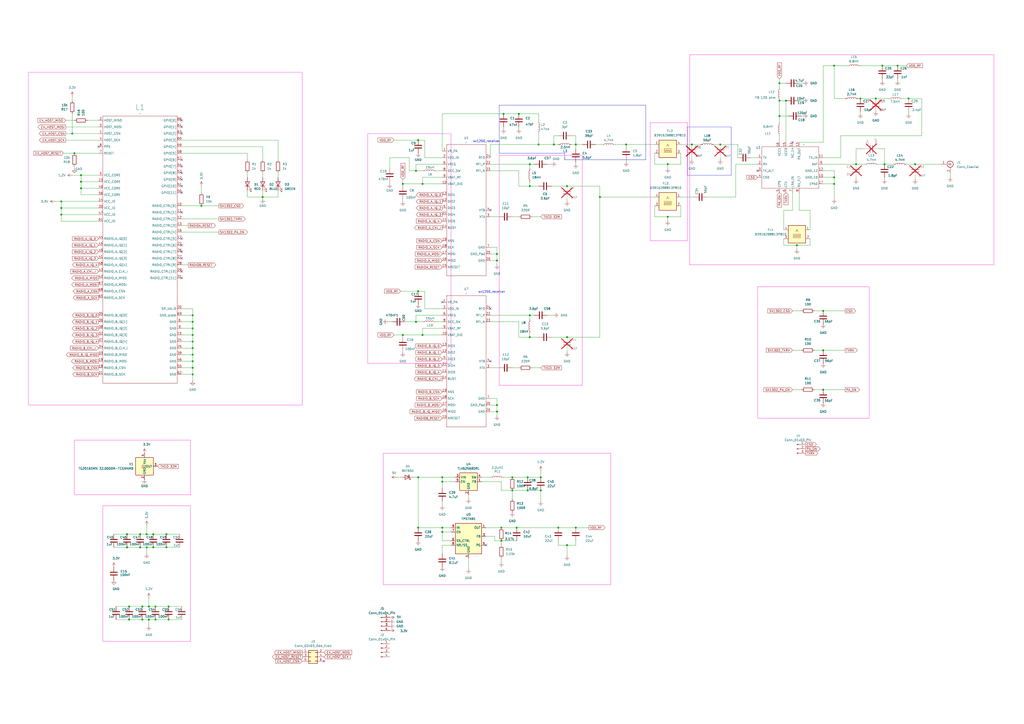
<source format=kicad_sch>
(kicad_sch (version 20231120) (generator "eeschema") (generator_version "8.0")
  (paper "A2")
  (junction (at 527.05 57.15))
  (junction (at 312.42 83.82))
  (junction (at 306.07 284.48))
  (junction (at 86.36 359.41))
  (junction (at 233.68 106.68))
  (junction (at 455.93 58.42))
  (junction (at 307.34 95.25))
  (junction (at 387.35 125.73))
  (junction (at 111.76 194.31))
  (junction (at 46.99 105.41))
  (junction (at 242.57 276.86))
  (junction (at 35.56 116.84))
  (junction (at 116.84 119.38))
  (junction (at 152.4 114.3))
  (junction (at 290.83 306.07))
  (junction (at 292.1 66.04))
  (junction (at 483.87 102.87))
  (junction (at 297.18 284.48))
  (junction (at 328.93 107.95))
  (junction (at 111.76 198.12))
  (junction (at 81.28 309.88))
  (junction (at 328.93 195.58))
  (junction (at 90.17 359.41))
  (junction (at 241.3 99.06))
  (junction (at 477.52 226.06))
  (junction (at 300.99 66.04))
  (junction (at 85.09 317.5))
  (junction (at 73.66 317.5))
  (junction (at 328.93 316.23))
  (junction (at 88.9 317.5))
  (junction (at 97.79 359.41))
  (junction (at 245.11 194.31))
  (junction (at 321.31 83.82))
  (junction (at 111.76 205.74))
  (junction (at 452.12 58.42))
  (junction (at 347.98 114.3))
  (junction (at 74.93 351.79))
  (junction (at 323.85 306.07))
  (junction (at 86.36 351.79))
  (junction (at 242.57 81.28))
  (junction (at 334.01 306.07))
  (junction (at 81.28 317.5))
  (junction (at 483.87 106.68))
  (junction (at 111.76 201.93))
  (junction (at 288.29 151.13))
  (junction (at 299.72 306.07))
  (junction (at 111.76 186.69))
  (junction (at 73.66 309.88))
  (junction (at 233.68 194.31))
  (junction (at 477.52 180.34))
  (junction (at 256.54 279.4))
  (junction (at 313.69 284.48))
  (junction (at 41.91 77.47))
  (junction (at 288.29 147.32))
  (junction (at 462.28 142.24))
  (junction (at 313.69 276.86))
  (junction (at 90.17 351.79))
  (junction (at 288.29 234.95))
  (junction (at 111.76 217.17))
  (junction (at 35.56 120.65))
  (junction (at 111.76 182.88))
  (junction (at 513.08 95.25))
  (junction (at 43.18 88.9))
  (junction (at 496.57 95.25))
  (junction (at 111.76 213.36))
  (junction (at 417.83 83.82))
  (junction (at 307.34 107.95))
  (junction (at 242.57 306.07))
  (junction (at 483.87 38.1))
  (junction (at 88.9 309.88))
  (junction (at 520.7 38.1))
  (junction (at 499.11 57.15))
  (junction (at 74.93 359.41))
  (junction (at 245.11 106.68))
  (junction (at 82.55 359.41))
  (junction (at 508 57.15))
  (junction (at 477.52 203.2))
  (junction (at 363.22 83.82))
  (junction (at 307.34 182.88))
  (junction (at 452.12 67.31))
  (junction (at 96.52 317.5))
  (junction (at 256.54 308.61))
  (junction (at 452.12 48.26))
  (junction (at 297.18 276.86))
  (junction (at 111.76 209.55))
  (junction (at 511.81 38.1))
  (junction (at 306.07 276.86))
  (junction (at 334.01 83.82))
  (junction (at 242.57 168.91))
  (junction (at 256.54 276.86))
  (junction (at 82.55 351.79))
  (junction (at 256.54 306.07))
  (junction (at 85.09 309.88))
  (junction (at 46.99 109.22))
  (junction (at 307.34 195.58))
  (junction (at 97.79 351.79))
  (junction (at 401.32 83.82))
  (junction (at 387.35 95.25))
  (junction (at 241.3 186.69))
  (junction (at 96.52 309.88))
  (junction (at 530.86 95.25))
  (junction (at 290.83 313.69))
  (junction (at 35.56 124.46))
  (junction (at 111.76 190.5))
  (junction (at 288.29 238.76))
  (junction (at 46.99 101.6))
  (no_connect (at 105.41 69.85))
  (no_connect (at 256.54 175.26))
  (no_connect (at 284.48 121.92))
  (no_connect (at 459.74 82.55))
  (no_connect (at 105.41 149.86))
  (no_connect (at 105.41 100.33))
  (no_connect (at 105.41 157.48))
  (no_connect (at 105.41 146.05))
  (no_connect (at 105.41 92.71))
  (no_connect (at 281.94 316.23))
  (no_connect (at 187.96 383.54))
  (no_connect (at 284.48 179.07))
  (no_connect (at 284.48 209.55))
  (no_connect (at 105.41 161.29))
  (no_connect (at 105.41 107.95))
  (no_connect (at 57.15 85.09))
  (no_connect (at 105.41 142.24))
  (no_connect (at 105.41 104.14))
  (no_connect (at 439.42 99.06))
  (no_connect (at 105.41 111.76))
  (no_connect (at 105.41 96.52))
  (no_connect (at 105.41 73.66))
  (no_connect (at 105.41 123.19))
  (no_connect (at 105.41 138.43))
  (no_connect (at 105.41 77.47))
  (wire (pts (xy 387.35 125.73) (xy 394.97 125.73)))
  (wire (pts (xy 290.83 279.4) (xy 290.83 284.48)))
  (wire (pts (xy 363.22 83.82) (xy 379.73 83.82)))
  (wire (pts (xy 88.9 317.5) (xy 96.52 317.5)))
  (wire (pts (xy 256.54 308.61) (xy 256.54 306.07)))
  (wire (pts (xy 105.41 213.36) (xy 111.76 213.36)))
  (wire (pts (xy 242.57 168.91) (xy 246.38 168.91)))
  (wire (pts (xy 105.41 205.74) (xy 111.76 205.74)))
  (wire (pts (xy 252.73 99.06) (xy 256.54 99.06)))
  (wire (pts (xy 300.99 107.95) (xy 307.34 107.95)))
  (wire (pts (xy 307.34 107.95) (xy 307.34 105.41)))
  (wire (pts (xy 90.17 351.79) (xy 97.79 351.79)))
  (wire (pts (xy 105.41 85.09) (xy 152.4 85.09)))
  (wire (pts (xy 435.61 91.44) (xy 439.42 91.44)))
  (wire (pts (xy 228.6 81.28) (xy 242.57 81.28)))
  (wire (pts (xy 284.48 83.82) (xy 284.48 91.44)))
  (wire (pts (xy 520.7 46.99) (xy 520.7 45.72)))
  (wire (pts (xy 321.31 78.74) (xy 323.85 78.74)))
  (wire (pts (xy 328.93 107.95) (xy 347.98 107.95)))
  (polyline (pts (xy 289.56 60.96) (xy 289.56 88.9)))
  (wire (pts (xy 307.34 95.25) (xy 307.34 97.79)))
  (wire (pts (xy 284.48 182.88) (xy 307.34 182.88)))
  (wire (pts (xy 328.93 316.23) (xy 334.01 316.23)))
  (wire (pts (xy 426.72 95.25) (xy 439.42 95.25)))
  (wire (pts (xy 105.41 217.17) (xy 111.76 217.17)))
  (wire (pts (xy 452.12 48.26) (xy 455.93 48.26)))
  (wire (pts (xy 394.97 95.25) (xy 394.97 88.9)))
  (wire (pts (xy 334.01 78.74) (xy 334.01 83.82)))
  (wire (pts (xy 487.68 91.44) (xy 477.52 91.44)))
  (wire (pts (xy 281.94 311.15) (xy 287.02 311.15)))
  (wire (pts (xy 477.52 106.68) (xy 483.87 106.68)))
  (wire (pts (xy 496.57 86.36) (xy 496.57 95.25)))
  (wire (pts (xy 387.35 95.25) (xy 394.97 95.25)))
  (wire (pts (xy 290.83 313.69) (xy 290.83 316.23)))
  (wire (pts (xy 256.54 316.23) (xy 256.54 321.31)))
  (wire (pts (xy 38.1 69.85) (xy 43.18 69.85)))
  (wire (pts (xy 229.87 276.86) (xy 232.41 276.86)))
  (wire (pts (xy 499.11 57.15) (xy 508 57.15)))
  (wire (pts (xy 81.28 309.88) (xy 85.09 309.88)))
  (wire (pts (xy 426.72 114.3) (xy 426.72 95.25)))
  (wire (pts (xy 143.51 110.49) (xy 143.51 114.3)))
  (wire (pts (xy 245.11 99.06) (xy 241.3 99.06)))
  (wire (pts (xy 57.15 120.65) (xy 35.56 120.65)))
  (wire (pts (xy 459.74 203.2) (xy 464.82 203.2)))
  (wire (pts (xy 85.09 304.8) (xy 85.09 309.88)))
  (wire (pts (xy 307.34 95.25) (xy 309.88 95.25)))
  (wire (pts (xy 105.41 194.31) (xy 111.76 194.31)))
  (wire (pts (xy 57.15 101.6) (xy 46.99 101.6)))
  (wire (pts (xy 321.31 83.82) (xy 323.85 83.82)))
  (wire (pts (xy 46.99 113.03) (xy 46.99 109.22)))
  (wire (pts (xy 86.36 359.41) (xy 90.17 359.41)))
  (wire (pts (xy 234.95 186.69) (xy 241.3 186.69)))
  (wire (pts (xy 66.04 317.5) (xy 73.66 317.5)))
  (wire (pts (xy 457.2 67.31) (xy 452.12 67.31)))
  (wire (pts (xy 73.66 317.5) (xy 81.28 317.5)))
  (wire (pts (xy 256.54 290.83) (xy 256.54 293.37)))
  (wire (pts (xy 401.32 92.71) (xy 401.32 91.44)))
  (wire (pts (xy 57.15 116.84) (xy 35.56 116.84)))
  (wire (pts (xy 312.42 69.85) (xy 312.42 66.04)))
  (wire (pts (xy 256.54 182.88) (xy 241.3 182.88)))
  (wire (pts (xy 379.73 119.38) (xy 379.73 125.73)))
  (wire (pts (xy 111.76 209.55) (xy 111.76 213.36)))
  (wire (pts (xy 313.69 273.05) (xy 313.69 276.86)))
  (wire (pts (xy 271.78 287.02) (xy 271.78 289.56)))
  (wire (pts (xy 143.51 88.9) (xy 143.51 92.71)))
  (wire (pts (xy 38.1 81.28) (xy 57.15 81.28)))
  (wire (pts (xy 256.54 276.86) (xy 264.16 276.86)))
  (wire (pts (xy 499.11 38.1) (xy 511.81 38.1)))
  (wire (pts (xy 284.48 234.95) (xy 288.29 234.95)))
  (wire (pts (xy 483.87 102.87) (xy 483.87 106.68)))
  (wire (pts (xy 111.76 198.12) (xy 111.76 201.93)))
  (wire (pts (xy 452.12 48.26) (xy 452.12 50.8)))
  (wire (pts (xy 452.12 45.72) (xy 452.12 48.26)))
  (wire (pts (xy 466.09 67.31) (xy 464.82 67.31)))
  (wire (pts (xy 469.9 121.92) (xy 463.55 121.92)))
  (wire (pts (xy 161.29 81.28) (xy 161.29 92.71)))
  (wire (pts (xy 477.52 99.06) (xy 483.87 99.06)))
  (wire (pts (xy 67.31 359.41) (xy 74.93 359.41)))
  (wire (pts (xy 483.87 99.06) (xy 483.87 102.87)))
  (wire (pts (xy 508 57.15) (xy 515.62 57.15)))
  (wire (pts (xy 347.98 114.3) (xy 347.98 195.58)))
  (polyline (pts (xy 289.56 88.9) (xy 327.66 88.9)))
  (wire (pts (xy 74.93 359.41) (xy 82.55 359.41)))
  (wire (pts (xy 306.07 276.86) (xy 313.69 276.86)))
  (wire (pts (xy 261.62 316.23) (xy 256.54 316.23)))
  (wire (pts (xy 347.98 114.3) (xy 379.73 114.3)))
  (wire (pts (xy 472.44 203.2) (xy 477.52 203.2)))
  (wire (pts (xy 472.44 226.06) (xy 477.52 226.06)))
  (wire (pts (xy 477.52 226.06) (xy 490.22 226.06)))
  (wire (pts (xy 527.05 64.77) (xy 527.05 66.04)))
  (wire (pts (xy 245.11 186.69) (xy 241.3 186.69)))
  (wire (pts (xy 227.33 186.69) (xy 224.79 186.69)))
  (wire (pts (xy 152.4 85.09) (xy 152.4 92.71)))
  (wire (pts (xy 105.41 81.28) (xy 161.29 81.28)))
  (wire (pts (xy 232.41 168.91) (xy 242.57 168.91)))
  (polyline (pts (xy 327.66 92.71) (xy 374.65 92.71)))
  (wire (pts (xy 472.44 180.34) (xy 477.52 180.34)))
  (wire (pts (xy 334.01 83.82) (xy 334.01 86.36)))
  (wire (pts (xy 256.54 95.25) (xy 241.3 95.25)))
  (wire (pts (xy 241.3 99.06) (xy 237.49 99.06)))
  (wire (pts (xy 41.91 66.04) (xy 41.91 77.47)))
  (wire (pts (xy 105.41 198.12) (xy 111.76 198.12)))
  (wire (pts (xy 308.61 125.73) (xy 313.69 125.73)))
  (wire (pts (xy 323.85 316.23) (xy 328.93 316.23)))
  (wire (pts (xy 43.18 88.9) (xy 57.15 88.9)))
  (wire (pts (xy 513.08 95.25) (xy 518.16 95.25)))
  (wire (pts (xy 242.57 276.86) (xy 256.54 276.86)))
  (wire (pts (xy 452.12 71.12) (xy 452.12 67.31)))
  (polyline (pts (xy 374.65 92.71) (xy 374.65 60.96)))
  (wire (pts (xy 85.09 317.5) (xy 85.09 321.31)))
  (wire (pts (xy 313.69 284.48) (xy 313.69 290.83)))
  (wire (pts (xy 477.52 82.55) (xy 477.52 38.1)))
  (wire (pts (xy 233.68 195.58) (xy 233.68 194.31)))
  (wire (pts (xy 105.41 119.38) (xy 116.84 119.38)))
  (wire (pts (xy 523.24 57.15) (xy 527.05 57.15)))
  (wire (pts (xy 66.04 309.88) (xy 73.66 309.88)))
  (wire (pts (xy 306.07 284.48) (xy 313.69 284.48)))
  (wire (pts (xy 334.01 306.07) (xy 341.63 306.07)))
  (wire (pts (xy 245.11 190.5) (xy 245.11 194.31)))
  (wire (pts (xy 410.21 114.3) (xy 426.72 114.3)))
  (wire (pts (xy 233.68 106.68) (xy 245.11 106.68)))
  (wire (pts (xy 483.87 106.68) (xy 483.87 115.57)))
  (wire (pts (xy 356.87 83.82) (xy 363.22 83.82)))
  (wire (pts (xy 271.78 323.85) (xy 271.78 330.2)))
  (wire (pts (xy 111.76 205.74) (xy 111.76 209.55)))
  (wire (pts (xy 463.55 121.92) (xy 463.55 111.76)))
  (wire (pts (xy 530.86 104.14) (xy 530.86 102.87)))
  (wire (pts (xy 161.29 100.33) (xy 161.29 102.87)))
  (wire (pts (xy 288.29 231.14) (xy 288.29 234.95)))
  (wire (pts (xy 477.52 95.25) (xy 496.57 95.25)))
  (wire (pts (xy 226.06 105.41) (xy 226.06 106.68)))
  (wire (pts (xy 246.38 91.44) (xy 246.38 81.28)))
  (wire (pts (xy 387.35 125.73) (xy 387.35 128.27)))
  (wire (pts (xy 452.12 78.74) (xy 452.12 82.55)))
  (wire (pts (xy 334.01 83.82) (xy 337.82 83.82)))
  (wire (pts (xy 459.74 111.76) (xy 459.74 121.92)))
  (wire (pts (xy 534.67 78.74) (xy 487.68 78.74)))
  (wire (pts (xy 513.08 104.14) (xy 513.08 102.87)))
  (wire (pts (xy 469.9 133.35) (xy 469.9 121.92)))
  (wire (pts (xy 41.91 77.47) (xy 57.15 77.47)))
  (wire (pts (xy 161.29 110.49) (xy 161.29 114.3)))
  (wire (pts (xy 487.68 78.74) (xy 487.68 91.44)))
  (wire (pts (xy 46.99 109.22) (xy 46.99 105.41)))
  (wire (pts (xy 105.41 127) (xy 127 127)))
  (wire (pts (xy 290.83 323.85) (xy 290.83 326.39)))
  (wire (pts (xy 509.27 95.25) (xy 513.08 95.25)))
  (wire (pts (xy 320.04 107.95) (xy 328.93 107.95)))
  (wire (pts (xy 401.32 83.82) (xy 406.4 83.82)))
  (wire (pts (xy 242.57 306.07) (xy 256.54 306.07)))
  (wire (pts (xy 463.55 82.55) (xy 477.52 82.55)))
  (wire (pts (xy 241.3 182.88) (xy 241.3 186.69)))
  (wire (pts (xy 111.76 194.31) (xy 111.76 198.12)))
  (wire (pts (xy 477.52 38.1) (xy 483.87 38.1)))
  (wire (pts (xy 292.1 276.86) (xy 297.18 276.86)))
  (wire (pts (xy 105.41 201.93) (xy 111.76 201.93)))
  (wire (pts (xy 513.08 86.36) (xy 513.08 95.25)))
  (polyline (pts (xy 398.78 73.66) (xy 424.18 73.66)))
  (wire (pts (xy 501.65 86.36) (xy 496.57 86.36)))
  (wire (pts (xy 86.36 359.41) (xy 86.36 363.22)))
  (wire (pts (xy 497.84 57.15) (xy 499.11 57.15)))
  (wire (pts (xy 394.97 119.38) (xy 394.97 125.73)))
  (wire (pts (xy 334.01 78.74) (xy 331.47 78.74)))
  (wire (pts (xy 105.41 209.55) (xy 111.76 209.55)))
  (polyline (pts (xy 424.18 101.6) (xy 424.18 73.66)))
  (wire (pts (xy 454.66 142.24) (xy 462.28 142.24)))
  (wire (pts (xy 511.81 46.99) (xy 511.81 45.72)))
  (wire (pts (xy 105.41 186.69) (xy 111.76 186.69)))
  (wire (pts (xy 256.54 279.4) (xy 256.54 276.86)))
  (wire (pts (xy 41.91 55.88) (xy 41.91 58.42)))
  (wire (pts (xy 284.48 125.73) (xy 289.56 125.73)))
  (wire (pts (xy 307.34 182.88) (xy 309.88 182.88)))
  (wire (pts (xy 312.42 66.04) (xy 300.99 66.04)))
  (wire (pts (xy 462.28 142.24) (xy 469.9 142.24)))
  (wire (pts (xy 281.94 306.07) (xy 290.83 306.07)))
  (wire (pts (xy 459.74 121.92) (xy 454.66 121.92)))
  (wire (pts (xy 363.22 92.71) (xy 363.22 93.98)))
  (wire (pts (xy 57.15 124.46) (xy 35.56 124.46)))
  (wire (pts (xy 81.28 317.5) (xy 85.09 317.5)))
  (wire (pts (xy 245.11 102.87) (xy 245.11 106.68)))
  (wire (pts (xy 307.34 195.58) (xy 312.42 195.58)))
  (wire (pts (xy 152.4 115.57) (xy 152.4 114.3)))
  (wire (pts (xy 82.55 359.41) (xy 86.36 359.41)))
  (wire (pts (xy 143.51 114.3) (xy 152.4 114.3)))
  (wire (pts (xy 284.48 147.32) (xy 288.29 147.32)))
  (wire (pts (xy 525.78 95.25) (xy 530.86 95.25)))
  (polyline (pts (xy 398.78 73.66) (xy 398.78 101.6)))
  (polyline (pts (xy 374.65 60.96) (xy 289.56 60.96)))
  (wire (pts (xy 256.54 91.44) (xy 246.38 91.44)))
  (wire (pts (xy 35.56 120.65) (xy 35.56 116.84)))
  (wire (pts (xy 256.54 306.07) (xy 261.62 306.07)))
  (wire (pts (xy 105.41 88.9) (xy 143.51 88.9)))
  (wire (pts (xy 527.05 57.15) (xy 534.67 57.15)))
  (wire (pts (xy 111.76 217.17) (xy 111.76 220.98)))
  (wire (pts (xy 300.99 195.58) (xy 300.99 186.69)))
  (wire (pts (xy 57.15 113.03) (xy 46.99 113.03)))
  (wire (pts (xy 394.97 83.82) (xy 401.32 83.82)))
  (wire (pts (xy 105.41 179.07) (xy 111.76 179.07)))
  (wire (pts (xy 459.74 226.06) (xy 464.82 226.06)))
  (wire (pts (xy 67.31 351.79) (xy 74.93 351.79)))
  (wire (pts (xy 452.12 67.31) (xy 452.12 58.42)))
  (wire (pts (xy 379.73 95.25) (xy 387.35 95.25)))
  (wire (pts (xy 35.56 120.65) (xy 35.56 124.46)))
  (wire (pts (xy 284.48 186.69) (xy 300.99 186.69)))
  (wire (pts (xy 152.4 100.33) (xy 152.4 102.87)))
  (wire (pts (xy 111.76 190.5) (xy 111.76 194.31)))
  (wire (pts (xy 35.56 124.46) (xy 35.56 128.27)))
  (wire (pts (xy 256.54 179.07) (xy 246.38 179.07)))
  (wire (pts (xy 483.87 38.1) (xy 491.49 38.1)))
  (wire (pts (xy 469.9 138.43) (xy 469.9 142.24)))
  (wire (pts (xy 379.73 88.9) (xy 379.73 95.25)))
  (wire (pts (xy 242.57 276.86) (xy 242.57 306.07)))
  (wire (pts (xy 256.54 308.61) (xy 261.62 308.61)))
  (wire (pts (xy 256.54 87.63) (xy 256.54 66.04)))
  (wire (pts (xy 387.35 95.25) (xy 387.35 97.79)))
  (wire (pts (xy 297.18 125.73) (xy 300.99 125.73)))
  (wire (pts (xy 417.83 92.71) (xy 417.83 91.44)))
  (wire (pts (xy 454.66 138.43) (xy 454.66 142.24)))
  (wire (pts (xy 284.48 231.14) (xy 288.29 231.14)))
  (wire (pts (xy 328.93 204.47) (xy 328.93 203.2)))
  (wire (pts (xy 256.54 102.87) (xy 245.11 102.87)))
  (wire (pts (xy 328.93 316.23) (xy 328.93 322.58)))
  (wire (pts (xy 233.68 104.14) (xy 233.68 106.68)))
  (wire (pts (xy 509.27 86.36) (xy 513.08 86.36)))
  (wire (pts (xy 297.18 284.48) (xy 306.07 284.48)))
  (wire (pts (xy 97.79 351.79) (xy 105.41 351.79)))
  (wire (pts (xy 300.99 99.06) (xy 284.48 99.06)))
  (wire (pts (xy 288.29 151.13) (xy 288.29 153.67)))
  (wire (pts (xy 228.6 194.31) (xy 233.68 194.31)))
  (wire (pts (xy 226.06 91.44) (xy 237.49 91.44)))
  (wire (pts (xy 323.85 313.69) (xy 323.85 316.23)))
  (wire (pts (xy 292.1 66.04) (xy 300.99 66.04)))
  (wire (pts (xy 297.18 276.86) (xy 306.07 276.86)))
  (wire (pts (xy 288.29 234.95) (xy 288.29 238.76)))
  (wire (pts (xy 551.18 100.33) (xy 551.18 102.87)))
  (wire (pts (xy 463.55 58.42) (xy 466.09 58.42)))
  (wire (pts (xy 105.41 134.62) (xy 127 134.62)))
  (wire (pts (xy 307.34 182.88) (xy 307.34 185.42)))
  (wire (pts (xy 328.93 116.84) (xy 328.93 115.57)))
  (wire (pts (xy 328.93 195.58) (xy 347.98 195.58)))
  (wire (pts (xy 38.1 73.66) (xy 57.15 73.66)))
  (wire (pts (xy 152.4 114.3) (xy 161.29 114.3)))
  (wire (pts (xy 88.9 309.88) (xy 96.52 309.88)))
  (wire (pts (xy 41.91 101.6) (xy 46.99 101.6)))
  (polyline (pts (xy 398.78 101.6) (xy 424.18 101.6)))
  (wire (pts (xy 300.99 107.95) (xy 300.99 99.06)))
  (wire (pts (xy 284.48 83.82) (xy 312.42 83.82)))
  (wire (pts (xy 256.54 313.69) (xy 256.54 308.61)))
  (wire (pts (xy 111.76 182.88) (xy 111.76 186.69)))
  (wire (pts (xy 307.34 195.58) (xy 307.34 193.04)))
  (wire (pts (xy 105.41 190.5) (xy 111.76 190.5)))
  (wire (pts (xy 414.02 83.82) (xy 417.83 83.82)))
  (wire (pts (xy 82.55 351.79) (xy 86.36 351.79)))
  (wire (pts (xy 284.48 151.13) (xy 288.29 151.13)))
  (wire (pts (xy 312.42 77.47) (xy 312.42 83.82)))
  (wire (pts (xy 233.68 194.31) (xy 245.11 194.31)))
  (wire (pts (xy 417.83 83.82) (xy 427.99 83.82)))
  (wire (pts (xy 347.98 114.3) (xy 347.98 107.95)))
  (polyline (pts (xy 327.66 91.44) (xy 327.66 92.71)))
  (wire (pts (xy 85.09 317.5) (xy 88.9 317.5)))
  (wire (pts (xy 226.06 97.79) (xy 226.06 91.44)))
  (wire (pts (xy 43.18 97.79) (xy 43.18 96.52)))
  (wire (pts (xy 111.76 213.36) (xy 111.76 217.17)))
  (wire (pts (xy 105.41 130.81) (xy 109.22 130.81)))
  (wire (pts (xy 38.1 77.47) (xy 41.91 77.47)))
  (wire (pts (xy 379.73 125.73) (xy 387.35 125.73)))
  (wire (pts (xy 284.48 238.76) (xy 288.29 238.76)))
  (wire (pts (xy 264.16 279.4) (xy 256.54 279.4)))
  (wire (pts (xy 90.17 359.41) (xy 97.79 359.41)))
  (wire (pts (xy 96.52 309.88) (xy 104.14 309.88)))
  (wire (pts (xy 455.93 58.42) (xy 455.93 82.55)))
  (polyline (pts (xy 327.66 88.9) (xy 327.66 92.71)))
  (wire (pts (xy 320.04 195.58) (xy 328.93 195.58)))
  (wire (pts (xy 57.15 105.41) (xy 46.99 105.41)))
  (wire (pts (xy 288.29 143.51) (xy 288.29 147.32)))
  (wire (pts (xy 427.99 91.44) (xy 427.99 83.82)))
  (wire (pts (xy 284.48 213.36) (xy 289.56 213.36)))
  (wire (pts (xy 279.4 276.86) (xy 284.48 276.86)))
  (wire (pts (xy 233.68 107.95) (xy 233.68 106.68)))
  (wire (pts (xy 462.28 142.24) (xy 462.28 144.78)))
  (wire (pts (xy 242.57 81.28) (xy 246.38 81.28)))
  (wire (pts (xy 241.3 95.25) (xy 241.3 99.06)))
  (wire (pts (xy 317.5 182.88) (xy 321.31 182.88)))
  (wire (pts (xy 245.11 106.68) (xy 256.54 106.68)))
  (wire (pts (xy 297.18 284.48) (xy 297.18 289.56)))
  (wire (pts (xy 256.54 190.5) (xy 245.11 190.5)))
  (wire (pts (xy 245.11 194.31) (xy 256.54 194.31)))
  (wire (pts (xy 496.57 95.25) (xy 501.65 95.25)))
  (wire (pts (xy 287.02 311.15) (xy 287.02 313.69)))
  (wire (pts (xy 334.01 316.23) (xy 334.01 313.69)))
  (wire (pts (xy 256.54 283.21) (xy 256.54 279.4)))
  (wire (pts (xy 463.55 48.26) (xy 466.09 48.26)))
  (wire (pts (xy 299.72 306.07) (xy 323.85 306.07)))
  (wire (pts (xy 534.67 57.15) (xy 534.67 78.74)))
  (wire (pts (xy 511.81 38.1) (xy 520.7 38.1)))
  (wire (pts (xy 111.76 179.07) (xy 111.76 182.88)))
  (wire (pts (xy 74.93 351.79) (xy 82.55 351.79)))
  (wire (pts (xy 96.52 317.5) (xy 104.14 317.5)))
  (wire (pts (xy 35.56 116.84) (xy 31.75 116.84)))
  (wire (pts (xy 300.99 73.66) (xy 300.99 74.93)))
  (wire (pts (xy 36.83 88.9) (xy 43.18 88.9)))
  (wire (pts (xy 363.22 83.82) (xy 363.22 85.09)))
  (wire (pts (xy 86.36 346.71) (xy 86.36 351.79)))
  (wire (pts (xy 116.84 111.76) (xy 116.84 107.95)))
  (wire (pts (xy 297.18 213.36) (xy 300.99 213.36)))
  (wire (pts (xy 520.7 38.1) (xy 525.78 38.1)))
  (wire (pts (xy 345.44 83.82) (xy 349.25 83.82)))
  (wire (pts (xy 50.8 69.85) (xy 57.15 69.85)))
  (wire (pts (xy 323.85 306.07) (xy 334.01 306.07)))
  (wire (pts (xy 246.38 179.07) (xy 246.38 168.91)))
  (wire (pts (xy 288.29 238.76) (xy 288.29 241.3)))
  (wire (pts (xy 105.41 182.88) (xy 111.76 182.88)))
  (wire (pts (xy 290.83 279.4) (xy 279.4 279.4)))
  (wire (pts (xy 237.49 91.44) (xy 237.49 99.06)))
  (wire (pts (xy 290.83 313.69) (xy 299.72 313.69)))
  (wire (pts (xy 452.12 58.42) (xy 455.93 58.42)))
  (wire (pts (xy 105.41 153.67) (xy 109.22 153.67)))
  (wire (pts (xy 111.76 186.69) (xy 111.76 190.5)))
  (wire (pts (xy 256.54 66.04) (xy 292.1 66.04)))
  (wire (pts (xy 46.99 105.41) (xy 46.99 101.6)))
  (wire (pts (xy 284.48 95.25) (xy 307.34 95.25)))
  (wire (pts (xy 530.86 95.25) (xy 546.1 95.25)))
  (wire (pts (xy 483.87 38.1) (xy 483.87 57.15)))
  (wire (pts (xy 499.11 66.04) (xy 499.11 64.77)))
  (wire (pts (xy 454.66 121.92) (xy 454.66 133.35)))
  (wire (pts (xy 334.01 83.82) (xy 331.47 83.82)))
  (wire (pts (xy 233.68 203.2) (xy 233.68 204.47)))
  (wire (pts (xy 317.5 95.25) (xy 320.04 95.25)))
  (wire (pts (xy 233.68 115.57) (xy 233.68 116.84)))
  (wire (pts (xy 292.1 73.66) (xy 292.1 74.93)))
  (wire (pts (xy 86.36 351.79) (xy 90.17 351.79)))
  (wire (pts (xy 290.83 284.48) (xy 297.18 284.48)))
  (wire (pts (xy 477.52 102.87) (xy 483.87 102.87)))
  (wire (pts (xy 240.03 276.86) (xy 242.57 276.86)))
  (wire (pts (xy 97.79 359.41) (xy 105.41 359.41)))
  (wire (pts (xy 73.66 309.88) (xy 81.28 309.88)))
  (wire (pts (xy 57.15 109.22) (xy 46.99 109.22)))
  (wire (pts (xy 284.48 143.51) (xy 288.29 143.51)))
  (wire (pts (xy 111.76 201.93) (xy 111.76 205.74)))
  (wire (pts (xy 312.42 83.82) (xy 321.31 83.82)))
  (wire (pts (xy 477.52 180.34) (xy 490.22 180.34)))
  (wire (pts (xy 307.34 107.95) (xy 312.42 107.95)))
  (wire (pts (xy 57.15 128.27) (xy 35.56 128.27)))
  (wire (pts (xy 300.99 195.58) (xy 307.34 195.58)))
  (wire (pts (xy 261.62 313.69) (xy 256.54 313.69)))
  (wire (pts (xy 85.09 309.88) (xy 88.9 309.88)))
  (wire (pts (xy 394.97 114.3) (xy 402.59 114.3)))
  (wire (pts (xy 308.61 213.36) (xy 313.69 213.36)))
  (wire (pts (xy 496.57 104.14) (xy 496.57 102.87)))
  (wire (pts (xy 477.52 203.2) (xy 490.22 203.2)))
  (wire (pts (xy 290.83 306.07) (xy 299.72 306.07)))
  (wire (pts (xy 459.74 180.34) (xy 464.82 180.34)))
  (wire (pts (xy 321.31 78.74) (xy 321.31 83.82)))
  (wire (pts (xy 252.73 186.69) (xy 256.54 186.69)))
  (wire (pts (xy 143.51 100.33) (xy 143.51 102.87)))
  (wire (pts (xy 288.29 147.32) (xy 288.29 151.13)))
  (wire (pts (xy 287.02 313.69) (xy 290.83 313.69)))
  (wire (pts (xy 334.01 93.98) (xy 334.01 95.25)))
  (wire (pts (xy 483.87 57.15) (xy 490.22 57.15)))
  (wire (pts (xy 152.4 110.49) (xy 152.4 114.3)))
  (wire (pts (xy 116.84 119.38) (xy 127 119.38)))
  (rectangle (start 222.25 262.89) (end 354.33 339.09) (stroke (width 0) (color 255 0 204 1)))
  (rectangle (start 59.69 293.37) (end 110.49 372.11) (stroke (width 0) (color 255 0 204 1)))
  (rectangle (start 377.19 71.12) (end 398.78 139.7) (stroke (width 0) (color 255 0 204 1)))
  (rectangle (start 213.36 77.47) (end 261.62 210.82) (stroke (width 0) (color 255 0 204 1)))
  (rectangle (start 439.42 166.37) (end 504.19 242.57) (stroke (width 0) (color 255 0 204 1)))
  (rectangle (start 289.56 90.17) (end 337.82 223.52) (stroke (width 0) (color 255 0 204 1)))
  (rectangle (start 16.51 41.91) (end 175.26 234.95) (stroke (width 0) (color 255 0 204 1)))
  (rectangle (start 43.18 255.27) (end 110.49 287.02) (stroke (width 0) (color 255 0 204 1)))
  (rectangle (start 400.05 31.75) (end 576.58 153.67) (stroke (width 0) (color 255 0 204 1)))
  (text "sx1250_receiver" (at 285.242 169.418 0) (effects (font (size 1.27 1.27))))
  (text "sx1250_receiver" (at 282.194 82.042 0) (effects (font (size 1.27 1.27))))
  (global_label "PA_ON" (shape input) (at 452.12 111.76 270) (property "Intersheetrefs" "${INTERSHEET_REFS}" (effects (hide yes))))
  (global_label "RADIO_A_IQ_2" (shape output) (at 256.54 120.65 180) (property "Intersheetrefs" "${INTERSHEET_REFS}" (effects (hide yes))))
  (global_label "SX1302_CSD" (shape input) (at 459.74 180.34 180) (property "Intersheetrefs" "${INTERSHEET_REFS}" (effects (hide yes))))
  (global_label "PA_ON" (shape output) (at 467.36 260.35 0) (property "Intersheetrefs" "${INTERSHEET_REFS}" (effects (hide yes))))
  (global_label "RADIO_B_IQ_3" (shape output) (at 57.15 194.31 180) (property "Intersheetrefs" "${INTERSHEET_REFS}" (effects (hide yes))))
  (global_label "RADIO_B_IQ_MISO" (shape output) (at 57.15 205.74 180) (property "Intersheetrefs" "${INTERSHEET_REFS}" (effects (hide yes))))
  (global_label "VDD_RF" (shape output) (at 341.63 306.07 0) (property "Intersheetrefs" "${INTERSHEET_REFS}" (effects (hide yes))))
  (global_label "VDD_RF" (shape input) (at 228.6 194.31 180) (property "Intersheetrefs" "${INTERSHEET_REFS}" (effects (hide yes))))
  (global_label "PA_ON" (shape output) (at 490.22 226.06 0) (property "Intersheetrefs" "${INTERSHEET_REFS}" (effects (hide yes))))
  (global_label "EX_HOST_RESET" (shape input) (at 36.83 88.9 180) (property "Intersheetrefs" "${INTERSHEET_REFS}" (effects (hide yes))))
  (global_label "TXCO 32M" (shape input) (at 313.69 125.73 0) (property "Intersheetrefs" "${INTERSHEET_REFS}" (effects (hide yes))))
  (global_label "RADIO_B_MOSI" (shape output) (at 57.15 209.55 180) (property "Intersheetrefs" "${INTERSHEET_REFS}" (effects (hide yes))))
  (global_label "RADIO_A_IQ_3" (shape output) (at 256.54 124.46 180) (property "Intersheetrefs" "${INTERSHEET_REFS}" (effects (hide yes))))
  (global_label "RADIO_A_SCK" (shape output) (at 57.15 172.72 180) (property "Intersheetrefs" "${INTERSHEET_REFS}" (effects (hide yes))))
  (global_label "VDD_RF" (shape input) (at 228.6 81.28 180) (property "Intersheetrefs" "${INTERSHEET_REFS}" (effects (hide yes))))
  (global_label "CSD" (shape output) (at 490.22 180.34 0) (property "Intersheetrefs" "${INTERSHEET_REFS}" (effects (hide yes))))
  (global_label "RADIO_B_IQ_3" (shape input) (at 256.54 212.09 180) (property "Intersheetrefs" "${INTERSHEET_REFS}" (effects (hide yes))))
  (global_label "TXCO 32M" (shape input) (at 313.69 213.36 0) (property "Intersheetrefs" "${INTERSHEET_REFS}" (effects (hide yes))))
  (global_label "EX_HOST_MOSI" (shape output) (at 38.1 73.66 180) (property "Intersheetrefs" "${INTERSHEET_REFS}" (effects (hide yes))))
  (global_label "SX1302_CSD" (shape output) (at 127 119.38 0) (property "Intersheetrefs" "${INTERSHEET_REFS}" (effects (hide yes))))
  (global_label "RADIO_A_IQ_4" (shape input) (at 256.54 128.27 180) (property "Intersheetrefs" "${INTERSHEET_REFS}" (effects (hide yes))))
  (global_label "EX_HOST_RESET" (shape output) (at 175.26 381 180) (property "Intersheetrefs" "${INTERSHEET_REFS}" (effects (hide yes))))
  (global_label "RADIO_B_IQ_0" (shape output) (at 57.15 182.88 180) (property "Intersheetrefs" "${INTERSHEET_REFS}" (effects (hide yes))))
  (global_label "RADIO_A_MISO" (shape output) (at 57.15 161.29 180) (property "Intersheetrefs" "${INTERSHEET_REFS}" (effects (hide yes))))
  (global_label "RADIOB_RESET" (shape input) (at 256.54 242.57 180) (property "Intersheetrefs" "${INTERSHEET_REFS}" (effects (hide yes))))
  (global_label "CSD" (shape output) (at 467.36 257.81 0) (property "Intersheetrefs" "${INTERSHEET_REFS}" (effects (hide yes))))
  (global_label "EX_HOST_SCK" (shape output) (at 38.1 81.28 180) (property "Intersheetrefs" "${INTERSHEET_REFS}" (effects (hide yes))))
  (global_label "RADIO_A_CKL_I" (shape input) (at 57.15 157.48 180) (property "Intersheetrefs" "${INTERSHEET_REFS}" (effects (hide yes))))
  (global_label "RADIOA_RESET" (shape output) (at 109.22 130.81 0) (property "Intersheetrefs" "${INTERSHEET_REFS}" (effects (hide yes))))
  (global_label "RADIO_A_IQ_4" (shape output) (at 57.15 153.67 180) (property "Intersheetrefs" "${INTERSHEET_REFS}" (effects (hide yes))))
  (global_label "RADIO_A_CSN" (shape output) (at 57.15 168.91 180) (property "Intersheetrefs" "${INTERSHEET_REFS}" (effects (hide yes))))
  (global_label "RADIO_B_CSN" (shape input) (at 256.54 227.33 180) (property "Intersheetrefs" "${INTERSHEET_REFS}" (effects (hide yes))))
  (global_label "EX_HOST_MOSI" (shape input) (at 187.96 378.46 0) (property "Intersheetrefs" "${INTERSHEET_REFS}" (effects (hide yes))))
  (global_label "RADIO_B_IQ_1" (shape output) (at 57.15 186.69 180) (property "Intersheetrefs" "${INTERSHEET_REFS}" (effects (hide yes))))
  (global_label "TXCO 32M" (shape input) (at 91.44 270.51 0) (property "Intersheetrefs" "${INTERSHEET_REFS}" (effects (hide yes))))
  (global_label "RADIO_B_IQ_MISO" (shape input) (at 256.54 238.76 180) (property "Intersheetrefs" "${INTERSHEET_REFS}" (effects (hide yes))))
  (global_label "VDD_RF" (shape input) (at 525.78 38.1 0) (property "Intersheetrefs" "${INTERSHEET_REFS}" (effects (hide yes))))
  (global_label "RADIO_A_IQ_3" (shape input) (at 57.15 149.86 180) (property "Intersheetrefs" "${INTERSHEET_REFS}" (effects (hide yes))))
  (global_label "EX_HOST_MISO" (shape output) (at 175.26 378.46 180) (property "Intersheetrefs" "${INTERSHEET_REFS}" (effects (hide yes))))
  (global_label "RADIO_B_CKL_I" (shape output) (at 256.54 219.71 180) (property "Intersheetrefs" "${INTERSHEET_REFS}" (effects (hide yes))))
  (global_label "EX_HOST_CSN" (shape output) (at 38.1 77.47 180) (property "Intersheetrefs" "${INTERSHEET_REFS}" (effects (hide yes))))
  (global_label "RADIOA_RESET" (shape input) (at 256.54 154.94 180) (property "Intersheetrefs" "${INTERSHEET_REFS}" (effects (hide yes))))
  (global_label "RADIO_A_IQ_0" (shape output) (at 256.54 113.03 180) (property "Intersheetrefs" "${INTERSHEET_REFS}" (effects (hide yes))))
  (global_label "VDD_RF" (shape input) (at 452.12 45.72 90) (property "Intersheetrefs" "${INTERSHEET_REFS}" (effects (hide yes))))
  (global_label "RADIO_A_IQ_0" (shape input) (at 57.15 138.43 180) (property "Intersheetrefs" "${INTERSHEET_REFS}" (effects (hide yes))))
  (global_label "RADIO_B_SCK" (shape output) (at 57.15 217.17 180) (property "Intersheetrefs" "${INTERSHEET_REFS}" (effects (hide yes))))
  (global_label "VDD_RF" (shape input) (at 233.68 104.14 90) (property "Intersheetrefs" "${INTERSHEET_REFS}" (effects (hide yes))))
  (global_label "TXRX" (shape input) (at 455.93 111.76 270) (property "Intersheetrefs" "${INTERSHEET_REFS}" (effects (hide yes))))
  (global_label "SX1302_PA_ON" (shape output) (at 127 134.62 0) (property "Intersheetrefs" "${INTERSHEET_REFS}" (effects (hide yes))))
  (global_label "EX_HOST_SCK" (shape input) (at 187.96 381 0) (property "Intersheetrefs" "${INTERSHEET_REFS}" (effects (hide yes))))
  (global_label "RADIO_B_IQ_2" (shape input) (at 256.54 208.28 180) (property "Intersheetrefs" "${INTERSHEET_REFS}" (effects (hide yes))))
  (global_label "RADIO_A_MOSI" (shape output) (at 57.15 165.1 180) (property "Intersheetrefs" "${INTERSHEET_REFS}" (effects (hide yes))))
  (global_label "EX_HOST_MISO" (shape input) (at 38.1 69.85 180) (property "Intersheetrefs" "${INTERSHEET_REFS}" (effects (hide yes))))
  (global_label "VDD_RF" (shape input) (at 232.41 168.91 180) (property "Intersheetrefs" "${INTERSHEET_REFS}" (effects (hide yes))))
  (global_label "RADIO_B_IQ_1" (shape input) (at 256.54 204.47 180) (property "Intersheetrefs" "${INTERSHEET_REFS}" (effects (hide yes))))
  (global_label "CSD" (shape input) (at 439.42 102.87 180) (property "Intersheetrefs" "${INTERSHEET_REFS}" (effects (hide yes))))
  (global_label "RADIO_B_IQ_4" (shape input) (at 256.54 215.9 180) (property "Intersheetrefs" "${INTERSHEET_REFS}" (effects (hide yes))))
  (global_label "RADIO_A_MOSI" (shape input) (at 256.54 147.32 180) (property "Intersheetrefs" "${INTERSHEET_REFS}" (effects (hide yes))))
  (global_label "RADIO_A_CSN" (shape input) (at 256.54 139.7 180) (property "Intersheetrefs" "${INTERSHEET_REFS}" (effects (hide yes))))
  (global_label "RADIO_B_IQ_0" (shape input) (at 256.54 200.66 180) (property "Intersheetrefs" "${INTERSHEET_REFS}" (effects (hide yes))))
  (global_label "RADIO_B_MOSI" (shape input) (at 256.54 234.95 180) (property "Intersheetrefs" "${INTERSHEET_REFS}" (effects (hide yes))))
  (global_label "RADIO_A_IQ_1" (shape output) (at 256.54 116.84 180) (property "Intersheetrefs" "${INTERSHEET_REFS}" (effects (hide yes))))
  (global_label "SX1302_PA_ON" (shape input) (at 459.74 226.06 180) (property "Intersheetrefs" "${INTERSHEET_REFS}" (effects (hide yes))))
  (global_label "RADIO_B_CKL_I" (shape input) (at 57.15 201.93 180) (property "Intersheetrefs" "${INTERSHEET_REFS}" (effects (hide yes))))
  (global_label "RADIO_B_IQ_2" (shape output) (at 57.15 190.5 180) (property "Intersheetrefs" "${INTERSHEET_REFS}" (effects (hide yes))))
  (global_label "TXRX" (shape output) (at 490.22 203.2 0) (property "Intersheetrefs" "${INTERSHEET_REFS}" (effects (hide yes))))
  (global_label "RADIO_A_IQ_1" (shape input) (at 57.15 142.24 180) (property "Intersheetrefs" "${INTERSHEET_REFS}" (effects (hide yes))))
  (global_label "SX1302_TXRX" (shape output) (at 127 127 0) (property "Intersheetrefs" "${INTERSHEET_REFS}" (effects (hide yes))))
  (global_label "RADIO_A_IQ_2" (shape input) (at 57.15 146.05 180) (property "Intersheetrefs" "${INTERSHEET_REFS}" (effects (hide yes))))
  (global_label "RADIO_B_CSN" (shape output) (at 57.15 213.36 180) (property "Intersheetrefs" "${INTERSHEET_REFS}" (effects (hide yes))))
  (global_label "TXRX" (shape output) (at 467.36 262.89 0) (property "Intersheetrefs" "${INTERSHEET_REFS}" (effects (hide yes))))
  (global_label "SX1302_TXRX" (shape input) (at 459.74 203.2 180) (property "Intersheetrefs" "${INTERSHEET_REFS}" (effects (hide yes))))
  (global_label "EX_HOST_CSN" (shape input) (at 175.26 383.54 180) (property "Intersheetrefs" "${INTERSHEET_REFS}" (effects (hide yes))))
  (global_label "RADIO_A_CKL_I" (shape output) (at 256.54 132.08 180) (property "Intersheetrefs" "${INTERSHEET_REFS}" (effects (hide yes))))
  (global_label "RADIO_A_SCK" (shape input) (at 256.54 143.51 180) (property "Intersheetrefs" "${INTERSHEET_REFS}" (effects (hide yes))))
  (global_label "RADIO_B_IQ_4" (shape output) (at 57.15 198.12 180) (property "Intersheetrefs" "${INTERSHEET_REFS}" (effects (hide yes))))
  (global_label "RADIOB_RESET" (shape output) (at 109.22 153.67 0) (property "Intersheetrefs" "${INTERSHEET_REFS}" (effects (hide yes))))
  (global_label "RADIO_B_SCK" (shape input) (at 256.54 231.14 180) (property "Intersheetrefs" "${INTERSHEET_REFS}" (effects (hide yes))))
  (global_label "RADIO_A_MISO" (shape input) (at 256.54 151.13 180) (property "Intersheetrefs" "${INTERSHEET_REFS}" (effects (hide yes))))
  (symbol (lib_id "Device:C") (at 67.31 355.6 0) (unit 1)
    (property "Reference" "C51" (at 63.246 353.568 0) (effects (justify left)))
    (property "Value" "1uF" (at 62.992 357.632 0) (effects (justify left)))
    (property "Footprint" "Capacitor_SMD:C_0402_1005Metric_Pad0.74x0.62mm_HandSolder" (effects (hide yes)))
    (property "Description" "C0402C105K8PACTU" (effects (hide yes)))
  )
  (symbol (lib_id "Device:C") (at 313.69 95.25 270) (unit 1)
    (property "Reference" "C57" (at 315.722 91.694 90) (effects (justify left)))
    (property "Value" "3.6pF" (at 305.816 91.694 90) (effects (justify left)))
    (property "Footprint" "Capacitor_SMD:C_0402_1005Metric_Pad0.74x0.62mm_HandSolder" (effects (hide yes)))
    (property "Description" "GJM1555C1H3R6BB01D" (effects (hide yes)))
  )
  (symbol (lib_id "power:VCC") (at 85.09 304.8 0) (unit 1)
    (property "Reference" "#PWR057" (effects (hide yes)))
    (property "Value" "3.3V" (at 85.0901 300.99 90) (effects (justify left)))
    (property "Description" "Power symbol creates a global label with name \"VCC\"" (effects (hide yes)))
  )
  (symbol (lib_id "power:Earth") (at 499.11 66.04 0) (unit 1)
    (property "Reference" "#PWR030" (effects (hide yes)))
    (property "Value" "GND" (at 499.11 71.12 0))
    (property "Description" "Power symbol creates a global label with name \"Earth\"" (effects (hide yes)))
  )
  (symbol (lib_id "New_Library:sx1302_1") (at 59.69 67.31 0) (unit 1)
    (property "Reference" "L1" (at 81.28 62.23 0) (effects (font (size 3 3))))
    (property "Value" "~" (at 81.28 66.04 0))
    (property "Footprint" "SX1302:SX1302" (effects (hide yes)))
  )
  (symbol (lib_id "Device:C") (at 477.52 207.01 180) (unit 1)
    (property "Reference" "C37" (at 475.996 209.296 0) (effects (justify left)))
    (property "Value" "56pF" (at 483.362 209.296 0) (effects (justify left)))
    (property "Footprint" "Capacitor_SMD:C_0402_1005Metric_Pad0.74x0.62mm_HandSolder" (effects (hide yes)))
    (property "Description" "CBR04C560F5GAC" (effects (hide yes)))
  )
  (symbol (lib_id "Filter:B39162B8813P810") (at 462.28 135.89 0) (mirror y) (unit 1)
    (property "Reference" "FL1" (at 447.04 133.35 0))
    (property "Value" "B39162B8813P810" (at 447.04 135.89 0))
    (property "Footprint" "Filter:Filter_1109-5_1.1x0.9mm" (effects (hide yes)))
    (property "Datasheet" "https://product.tdk.com/search-template/en/documents/data_sheet/40/ds/mc/B9482.pdf" (effects (hide yes)))
    (property "Description" "1582.47MHz SAW filter, SMD 1109" (effects (hide yes)))
  )
  (symbol (lib_id "power:Earth") (at 513.08 104.14 0) (unit 1)
    (property "Reference" "#PWR025" (effects (hide yes)))
    (property "Value" "GND" (at 513.08 109.22 0))
    (property "Description" "Power symbol creates a global label with name \"Earth\"" (effects (hide yes)))
  )
  (symbol (lib_id "Device:C") (at 226.06 101.6 0) (unit 1)
    (property "Reference" "C10" (at 220.472 99.314 0) (effects (justify left)))
    (property "Value" "470nF" (at 219.456 103.886 0) (effects (justify left)))
    (property "Footprint" "Capacitor_SMD:C_0402_1005Metric_Pad0.74x0.62mm_HandSolder" (effects (hide yes)))
    (property "Description" "C1005X7S1A474K050BC" (effects (hide yes)))
  )
  (symbol (lib_id "power:Earth") (at 496.57 104.14 0) (unit 1)
    (property "Reference" "#PWR024" (effects (hide yes)))
    (property "Value" "GND" (at 496.57 109.22 0))
    (property "Description" "Power symbol creates a global label with name \"Earth\"" (effects (hide yes)))
  )
  (symbol (lib_id "power:Earth") (at 328.93 204.47 0) (unit 1)
    (property "Reference" "#PWR016" (effects (hide yes)))
    (property "Value" "GND" (at 328.93 209.55 0))
    (property "Description" "Power symbol creates a global label with name \"Earth\"" (effects (hide yes)))
  )
  (symbol (lib_id "power:Earth") (at 288.29 241.3 0) (unit 1)
    (property "Reference" "#PWR014" (effects (hide yes)))
    (property "Value" "GND" (at 288.29 246.38 0))
    (property "Description" "Power symbol creates a global label with name \"Earth\"" (effects (hide yes)))
  )
  (symbol (lib_id "Device:C") (at 477.52 229.87 180) (unit 1)
    (property "Reference" "C36" (at 475.996 232.156 0) (effects (justify left)))
    (property "Value" "56pF" (at 483.108 232.41 0) (effects (justify left)))
    (property "Footprint" "Capacitor_SMD:C_0402_1005Metric_Pad0.74x0.62mm_HandSolder" (effects (hide yes)))
    (property "Description" "CBR04C560F5GAC" (effects (hide yes)))
  )
  (symbol (lib_id "power:Earth") (at 233.68 204.47 0) (unit 1)
    (property "Reference" "#PWR018" (effects (hide yes)))
    (property "Value" "GND" (at 233.68 209.55 0))
    (property "Description" "Power symbol creates a global label with name \"Earth\"" (effects (hide yes)))
  )
  (symbol (lib_id "Device:C") (at 530.86 99.06 0) (unit 1) (dnp yes)
    (property "Reference" "C23" (at 532.384 96.774 0) (effects (justify left)))
    (property "Value" "DNP" (at 532.892 101.854 0) (effects (justify left)))
    (property "Footprint" "Capacitor_SMD:C_0402_1005Metric_Pad0.74x0.62mm_HandSolder" (effects (hide yes)))
    (property "Description" "Unpolarized capacitor" (effects (hide yes)))
  )
  (symbol (lib_id "Device:R") (at 290.83 320.04 180) (unit 1)
    (property "Reference" "R15" (at 293.37 318.7699 0) (effects (justify right)))
    (property "Value" "1.15k" (at 293.37 321.3099 0) (effects (justify right)))
    (property "Footprint" "Resistor_SMD:R_0402_1005Metric_Pad0.72x0.64mm_HandSolder" (effects (hide yes)))
    (property "Description" "RC0402FR-071K15L" (effects (hide yes)))
  )
  (symbol (lib_id "Device:C") (at 73.66 313.69 0) (unit 1)
    (property "Reference" "C46" (at 69.596 311.658 0) (effects (justify left)))
    (property "Value" "100nF" (at 67.564 315.722 0) (effects (justify left)))
    (property "Footprint" "Capacitor_SMD:C_0402_1005Metric_Pad0.74x0.62mm_HandSolder" (effects (hide yes)))
    (property "Description" "C0402C104K8RACTU" (effects (hide yes)))
  )
  (symbol (lib_id "power:Earth") (at 363.22 93.98 0) (unit 1)
    (property "Reference" "#PWR07" (effects (hide yes)))
    (property "Value" "GND" (at 363.22 99.06 0))
    (property "Description" "Power symbol creates a global label with name \"Earth\"" (effects (hide yes)))
  )
  (symbol (lib_id "Device:C") (at 306.07 280.67 0) (unit 1)
    (property "Reference" "C28" (at 306.832 278.638 0) (effects (justify left)))
    (property "Value" "6.8pF" (at 306.832 283.464 0) (effects (justify left)))
    (property "Footprint" "Capacitor_SMD:C_0402_1005Metric_Pad0.74x0.62mm_HandSolder" (effects (hide yes)))
    (property "Description" "GRJ155R60J106ME11D ,, GRJ155R60J106ME11D" (effects (hide yes)))
  )
  (symbol (lib_id "Device:C") (at 511.81 41.91 0) (unit 1)
    (property "Reference" "C25" (at 513.334 39.624 0) (effects (justify left)))
    (property "Value" "33pF" (at 513.842 44.704 0) (effects (justify left)))
    (property "Footprint" "Capacitor_SMD:C_0402_1005Metric_Pad0.74x0.62mm_HandSolder" (effects (hide yes)))
    (property "Description" "GRM1555C1H330JA01" (effects (hide yes)))
  )
  (symbol (lib_id "Connector:Conn_01x04_Pin") (at 220.98 375.92 0) (unit 1)
    (property "Reference" "J2" (at 221.615 368.3 0))
    (property "Value" "Conn_01x04_Pin" (at 221.615 370.84 0))
    (property "Footprint" "Connector_PinSocket_2.54mm:PinSocket_1x04_P2.54mm_Vertical" (effects (hide yes)))
    (property "Description" "Generic connector, single row, 01x04, script generated" (effects (hide yes)))
  )
  (symbol (lib_id "power:Earth") (at 328.93 322.58 0) (unit 1)
    (property "Reference" "#PWR052" (effects (hide yes)))
    (property "Value" "GND" (at 328.93 327.66 0))
    (property "Description" "Power symbol creates a global label with name \"Earth\"" (effects (hide yes)))
  )
  (symbol (lib_id "Diode:BAT60A") (at 236.22 276.86 180) (unit 1)
    (property "Reference" "D4" (at 236.5375 270.51 0))
    (property "Value" "BAT60A" (at 236.5375 273.05 0))
    (property "Footprint" "Diode_SMD:D_SOD-323" (effects (hide yes)))
    (property "Datasheet" "https://www.infineon.com/dgdl/Infineon-BAT60ASERIES-DS-v01_01-en.pdf?fileId=db3a304313d846880113def70c9304a9" (effects (hide yes)))
    (property "Description" "10V 3A High Current Recitifier Schottky Diode, SOD-323" (effects (hide yes)))
  )
  (symbol (lib_id "Device:L") (at 353.06 83.82 90) (unit 1)
    (property "Reference" "L4" (at 353.06 78.74 90))
    (property "Value" "4.7nH" (at 353.06 81.28 90))
    (property "Footprint" "Inductor_SMD:L_0402_1005Metric_Pad0.77x0.64mm_HandSolder" (effects (hide yes)))
    (property "Description" "Inductor" (effects (hide yes)))
  )
  (symbol (lib_id "Device:C") (at 256.54 287.02 180) (unit 1)
    (property "Reference" "C39" (at 260.35 285.7499 0) (effects (justify right)))
    (property "Value" "4.7uF" (at 260.35 288.2899 0) (effects (justify right)))
    (property "Footprint" "Capacitor_SMD:C_0402_1005Metric_Pad0.74x0.62mm_HandSolder" (effects (hide yes)))
    (property "Description" "C1005X5R1A475K050BC" (effects (hide yes)))
  )
  (symbol (lib_id "power:Earth") (at 313.69 290.83 0) (unit 1)
    (property "Reference" "#PWR047" (effects (hide yes)))
    (property "Value" "GND" (at 313.69 295.91 0))
    (property "Description" "Power symbol creates a global label with name \"Earth\"" (effects (hide yes)))
  )
  (symbol (lib_id "Device:C") (at 527.05 60.96 0) (unit 1)
    (property "Reference" "C29" (at 528.574 58.674 0) (effects (justify left)))
    (property "Value" "2.4pF" (at 529.082 63.754 0) (effects (justify left)))
    (property "Footprint" "Capacitor_SMD:C_0402_1005Metric_Pad0.74x0.62mm_HandSolder" (effects (hide yes)))
    (property "Description" "GRM1555C1H2R4CA01" (effects (hide yes)))
  )
  (symbol (lib_id "Device:C") (at 242.57 85.09 0) (unit 1)
    (property "Reference" "C9" (at 238.506 83.058 0) (effects (justify left)))
    (property "Value" "1uF" (at 236.982 87.122 0) (effects (justify left)))
    (property "Footprint" "Capacitor_SMD:C_0402_1005Metric_Pad0.74x0.62mm_HandSolder" (effects (hide yes)))
    (property "Description" "GRM155C71H104JE19D" (effects (hide yes)))
  )
  (symbol (lib_id "power:Earth") (at 256.54 293.37 0) (unit 1)
    (property "Reference" "#PWR045" (effects (hide yes)))
    (property "Value" "GND" (at 256.54 298.45 0))
    (property "Description" "Power symbol creates a global label with name \"Earth\"" (effects (hide yes)))
  )
  (symbol (lib_id "Device:C") (at 334.01 309.88 180) (unit 1)
    (property "Reference" "C44" (at 339.598 311.15 0) (effects (justify right)))
    (property "Value" "22uF" (at 339.598 313.69 0) (effects (justify right)))
    (property "Footprint" "Capacitor_SMD:C_0402_1005Metric_Pad0.74x0.62mm_HandSolder" (effects (hide yes)))
    (property "Description" "CM05X5R226M06AH080, 04026D226MAT2A" (effects (hide yes)))
  )
  (symbol (lib_id "power:Earth") (at 466.09 58.42 90) (unit 1)
    (property "Reference" "#PWR021" (effects (hide yes)))
    (property "Value" "GND" (at 469.9 58.4199 90) (effects (justify right)))
    (property "Description" "Power symbol creates a global label with name \"Earth\"" (effects (hide yes)))
  )
  (symbol (lib_id "Device:R") (at 290.83 309.88 180) (unit 1)
    (property "Reference" "R14" (at 292.862 309.372 0) (effects (justify right)))
    (property "Value" "3.57k" (at 292.862 312.674 0) (effects (justify right)))
    (property "Footprint" "Resistor_SMD:R_0402_1005Metric_Pad0.72x0.64mm_HandSolder" (effects (hide yes)))
    (property "Description" "RC0402FR-073K57L" (effects (hide yes)))
  )
  (symbol (lib_id "Device:L") (at 505.46 95.25 90) (unit 1)
    (property "Reference" "L13" (at 505.46 90.17 90))
    (property "Value" "4.7nH" (at 505.46 92.71 90))
    (property "Footprint" "Inductor_SMD:L_0402_1005Metric_Pad0.77x0.64mm_HandSolder" (effects (hide yes)))
    (property "Description" "LQG15HN4N7S02" (effects (hide yes)))
  )
  (symbol (lib_id "Device:R") (at 468.63 226.06 90) (unit 1)
    (property "Reference" "R11" (at 468.63 219.71 90))
    (property "Value" "100" (at 468.63 222.25 90))
    (property "Footprint" "Resistor_SMD:R_0402_1005Metric_Pad0.72x0.64mm_HandSolder" (effects (hide yes)))
    (property "Datasheet" "https://industrial.panasonic.com/cdbs/www-data/pdf/RDM0000/AOA0000C307.pdf" (effects (hide yes)))
    (property "Description" "M55342K11B100DRS3" (effects (hide yes)))
  )
  (symbol (lib_id "Device:L") (at 248.92 186.69 90) (unit 1)
    (property "Reference" "L10" (at 249.428 188.722 90))
    (property "Value" "15uH" (at 249.428 184.658 90))
    (property "Footprint" "Inductor_SMD:L_0805_2012Metric_Pad1.05x1.20mm_HandSolder" (effects (hide yes)))
    (property "Description" "MLZ2012N150LT000" (effects (hide yes)))
  )
  (symbol (lib_id "power:Earth") (at 551.18 102.87 0) (unit 1)
    (property "Reference" "#PWR027" (effects (hide yes)))
    (property "Value" "GND" (at 551.18 107.95 0))
    (property "Description" "Power symbol creates a global label with name \"Earth\"" (effects (hide yes)))
  )
  (symbol (lib_id "power:+3V3") (at 83.82 262.89 0) (unit 1)
    (property "Reference" "#PWR063" (effects (hide yes)))
    (property "Value" "3.3V" (at 85.09 257.81 0))
  )
  (symbol (lib_id "power:Earth") (at 466.09 67.31 90) (unit 1)
    (property "Reference" "#PWR020" (effects (hide yes)))
    (property "Value" "GND" (at 469.9 67.3099 90) (effects (justify right)))
    (property "Description" "Power symbol creates a global label with name \"Earth\"" (effects (hide yes)))
  )
  (symbol (lib_id "Device:LED") (at 152.4 106.68 90) (unit 1)
    (property "Reference" "D2" (at 156.21 106.9974 90) (effects (justify right)))
    (property "Value" "BLUE" (at 156.21 109.5374 90) (effects (justify right)))
    (property "Footprint" "LED_SMD:LED_0603_1608Metric_Pad1.05x0.95mm_HandSolder" (effects (hide yes)))
    (property "Description" "Light emitting diode" (effects (hide yes)))
  )
  (symbol (lib_id "Device:C") (at 323.85 309.88 180) (unit 1)
    (property "Reference" "C43" (at 315.976 311.15 0) (effects (justify right)))
    (property "Value" "22uF" (at 315.976 313.69 0) (effects (justify right)))
    (property "Footprint" "Capacitor_SMD:C_0402_1005Metric_Pad0.74x0.62mm_HandSolder" (effects (hide yes)))
    (property "Description" "CM05X5R226M06AH080, 04026D226MAT2A" (effects (hide yes)))
  )
  (symbol (lib_id "Device:R") (at 297.18 293.37 180) (unit 1)
    (property "Reference" "R13" (at 299.72 292.0999 0) (effects (justify right)))
    (property "Value" "100R" (at 299.72 294.6399 0) (effects (justify right)))
    (property "Footprint" "Resistor_SMD:R_0402_1005Metric_Pad0.72x0.64mm_HandSolder" (effects (hide yes)))
    (property "Datasheet" "https://www.vishay.com/docs/20035/dcrcwe3.pdf" (effects (hide yes)))
    (property "Description" "CRCW0402100KFKED" (effects (hide yes)))
  )
  (symbol (lib_id "Device:L") (at 327.66 83.82 90) (unit 1)
    (property "Reference" "L3" (at 327.914 87.63 90))
    (property "Value" "2.5nH" (at 327.914 85.344 90))
    (property "Footprint" "Inductor_SMD:L_0402_1005Metric_Pad0.77x0.64mm_HandSolder" (effects (hide yes)))
    (property "Description" "ATFC-0402-2N5B-T" (effects (hide yes)))
  )
  (symbol (lib_id "Device:C") (at 293.37 125.73 90) (unit 1)
    (property "Reference" "C11" (at 293.37 118.11 90))
    (property "Value" "10pF" (at 293.37 120.65 90))
    (property "Footprint" "Capacitor_SMD:C_0402_1005Metric_Pad0.74x0.62mm_HandSolder" (effects (hide yes)))
    (property "Description" "GJM1555C1H100FB01D" (effects (hide yes)))
  )
  (symbol (lib_id "Device:C") (at 313.69 280.67 180) (unit 1)
    (property "Reference" "C40" (at 317.5 279.3999 0) (effects (justify right)))
    (property "Value" "22uF" (at 317.5 281.9399 0) (effects (justify right)))
    (property "Footprint" "Capacitor_SMD:C_0402_1005Metric_Pad0.74x0.62mm_HandSolder" (effects (hide yes)))
    (property "Datasheet" "https://www.mouser.com/ProductDetail/KYOCERA-AVX/CM05X5R226M06AH080?qs=7MVldsJ5Uaw%2FGnmk7U90nQ%3D%3D&srsltid=AfmBOoqyxtjYxcQQlFJPFgGNmmN_2hpNC0aytpCHENHqlfKQov9f14kc" (effects (hide yes)))
    (property "Description" "04026D226MAT2A" (effects (hide yes)))
  )
  (symbol (lib_id "Filter:B39162B8813P810") (at 387.35 116.84 0) (mirror y) (unit 1)
    (property "Reference" "FL3" (at 386.08 106.426 0))
    (property "Value" "B39162B8813P810" (at 386.08 108.966 0))
    (property "Footprint" "Filter:Filter_1109-5_1.1x0.9mm" (effects (hide yes)))
    (property "Datasheet" "https://product.tdk.com/search-template/en/documents/data_sheet/40/ds/mc/B9482.pdf" (effects (hide yes)))
    (property "Description" "1582.47MHz SAW filter, SMD 1109" (effects (hide yes)))
  )
  (symbol (lib_id "Device:C") (at 299.72 309.88 180) (unit 1)
    (property "Reference" "C42" (at 303.53 308.6099 0) (effects (justify right)))
    (property "Value" "10uF" (at 303.53 311.1499 0) (effects (justify right)))
    (property "Footprint" "Capacitor_SMD:C_0402_1005Metric_Pad0.74x0.62mm_HandSolder" (effects (hide yes)))
    (property "Description" "CL05A106MP8NUB8" (effects (hide yes)))
  )
  (symbol (lib_id "power:Earth") (at 520.7 46.99 0) (unit 1)
    (property "Reference" "#PWR029" (effects (hide yes)))
    (property "Value" "GND" (at 520.7 52.07 0))
    (property "Description" "Power symbol creates a global label with name \"Earth\"" (effects (hide yes)))
  )
  (symbol (lib_id "Regulator_Linear:TPS7A91") (at 271.78 313.69 0) (unit 1)
    (property "Reference" "U5" (at 271.78 298.45 0))
    (property "Value" "TPS7A91" (at 271.78 300.99 0))
    (property "Footprint" "Package_DFN_QFN:Texas_S-PDSO-N10_EP1.2x2mm" (effects (hide yes)))
    (property "Datasheet" "http://www.ti.com/lit/ds/symlink/tps7a91.pdf" (effects (hide yes)))
    (property "Description" "1A, High-Accuracy, Low-Noise LDO Voltage Regulator, Texas S-PDSO-N10" (effects (hide yes)))
  )
  (symbol (lib_id "Device:C") (at 505.46 86.36 90) (unit 1) (dnp yes)
    (property "Reference" "C24" (at 503.174 84.836 0) (effects (justify left)))
    (property "Value" "DNP" (at 508.254 84.328 0) (effects (justify left)))
    (property "Footprint" "Capacitor_SMD:C_0402_1005Metric_Pad0.74x0.62mm_HandSolder" (effects (hide yes)))
    (property "Description" "Unpolarized capacitor" (effects (hide yes)))
  )
  (symbol (lib_id "Device:L") (at 495.3 38.1 90) (unit 1)
    (property "Reference" "L15" (at 495.3 33.02 90))
    (property "Value" "6.8nH" (at 495.3 35.56 90))
    (property "Footprint" "Inductor_SMD:L_0402_1005Metric_Pad0.77x0.64mm_HandSolder" (effects (hide yes)))
    (property "Description" "LQW15AN6N8J00D" (effects (hide yes)))
  )
  (symbol (lib_id "power:Earth") (at 271.78 330.2 0) (unit 1)
    (property "Reference" "#PWR043" (effects (hide yes)))
    (property "Value" "GND" (at 271.78 335.28 0))
    (property "Description" "Power symbol creates a global label with name \"Earth\"" (effects (hide yes)))
  )
  (symbol (lib_id "Device:C") (at 88.9 313.69 0) (unit 1)
    (property "Reference" "C48" (at 84.836 311.658 0) (effects (justify left)))
    (property "Value" "100nF" (at 82.804 315.722 0) (effects (justify left)))
    (property "Footprint" "Capacitor_SMD:C_0402_1005Metric_Pad0.74x0.62mm_HandSolder" (effects (hide yes)))
    (property "Description" "C0402C104K8RACTU" (effects (hide yes)))
  )
  (symbol (lib_id "Device:C") (at 104.14 313.69 0) (unit 1)
    (property "Reference" "C50" (at 100.33 311.658 0) (effects (justify left)))
    (property "Value" "1uF" (at 100.584 316.23 0) (effects (justify left)))
    (property "Footprint" "Capacitor_SMD:C_0402_1005Metric_Pad0.74x0.62mm_HandSolder" (effects (hide yes)))
    (property "Description" "C0402C105K8PACTU" (effects (hide yes)))
  )
  (symbol (lib_id "Connector:Conn_01x03_Pin") (at 462.28 260.35 0) (unit 1)
    (property "Reference" "J4" (at 462.915 252.73 0))
    (property "Value" "Conn_01x03_Pin" (at 462.915 255.27 0))
    (property "Footprint" "Connector_PinHeader_2.54mm:PinHeader_1x03_P2.54mm_Vertical" (effects (hide yes)))
    (property "Description" "Generic connector, single row, 01x03, script generated" (effects (hide yes)))
  )
  (symbol (lib_id "Device:C") (at 520.7 41.91 0) (unit 1)
    (property "Reference" "C26" (at 522.224 39.624 0) (effects (justify left)))
    (property "Value" "1nF" (at 522.732 44.704 0) (effects (justify left)))
    (property "Footprint" "Capacitor_SMD:C_0402_1005Metric_Pad0.74x0.62mm_HandSolder" (effects (hide yes)))
    (property "Description" "GRM155R71H102KA01" (effects (hide yes)))
  )
  (symbol (lib_id "Connector_Generic:Conn_02x03_Odd_Even") (at 180.34 381 0) (unit 1)
    (property "Reference" "J3" (at 181.61 372.11 0))
    (property "Value" "Conn_02x03_Odd_Even" (at 181.61 374.65 0))
    (property "Footprint" "Connector_PinHeader_2.54mm:PinHeader_2x03_P2.54mm_Vertical" (effects (hide yes)))
    (property "Description" "Generic connector, double row, 02x03, odd/even pin numbering scheme (row 1 odd numbers, row 2 even numbers), script generated (kicad-library-utils/schlib/autogen/connector/)" (effects (hide yes)))
  )
  (symbol (lib_id "power:VCC") (at 41.91 101.6 90) (unit 1)
    (property "Reference" "#PWR02" (effects (hide yes)))
    (property "Value" "1.2V" (at 38.1 101.5999 90) (effects (justify left)))
    (property "Description" "Power symbol creates a global label with name \"VCC\"" (effects (hide yes)))
  )
  (symbol (lib_id "power:Earth") (at 233.68 116.84 0) (unit 1)
    (property "Reference" "#PWR010" (effects (hide yes)))
    (property "Value" "GND" (at 233.68 121.92 0))
    (property "Description" "Power symbol creates a global label with name \"Earth\"" (effects (hide yes)))
  )
  (symbol (lib_id "Device:C") (at 66.04 313.69 0) (unit 1)
    (property "Reference" "C45" (at 61.976 311.658 0) (effects (justify left)))
    (property "Value" "1uF" (at 61.722 315.722 0) (effects (justify left)))
    (property "Footprint" "Capacitor_SMD:C_0402_1005Metric_Pad0.74x0.62mm_HandSolder" (effects (hide yes)))
    (property "Description" "C0402C105K8PACTU" (effects (hide yes)))
  )
  (symbol (lib_id "Device:C") (at 459.74 58.42 90) (unit 1)
    (property "Reference" "C19" (at 464.566 59.69 90))
    (property "Value" "10nF" (at 464.566 57.15 90))
    (property "Footprint" "Capacitor_SMD:C_0402_1005Metric_Pad0.74x0.62mm_HandSolder" (effects (hide yes)))
    (property "Description" "GRM155R71H103KA88" (effects (hide yes)))
  )
  (symbol (lib_id "Device:C") (at 81.28 313.69 0) (unit 1)
    (property "Reference" "C47" (at 77.216 311.658 0) (effects (justify left)))
    (property "Value" "100nF" (at 75.184 315.722 0) (effects (justify left)))
    (property "Footprint" "Capacitor_SMD:C_0402_1005Metric_Pad0.74x0.62mm_HandSolder" (effects (hide yes)))
    (property "Description" "C0402C104K8RACTU" (effects (hide yes)))
  )
  (symbol (lib_id "Device:L") (at 312.42 73.66 0) (unit 1)
    (property "Reference" "L2" (at 313.69 72.3899 0) (effects (justify left)))
    (property "Value" "47nH" (at 313.69 74.9299 0) (effects (justify left)))
    (property "Footprint" "Inductor_SMD:L_0402_1005Metric_Pad0.77x0.64mm_HandSolder" (effects (hide yes)))
    (property "Description" "Inductor" (effects (hide yes)))
  )
  (symbol (lib_id "power:Earth") (at 477.52 233.68 0) (unit 1)
    (property "Reference" "#PWR041" (effects (hide yes)))
    (property "Value" "GND" (at 477.52 238.76 0))
    (property "Description" "Power symbol creates a global label with name \"Earth\"" (effects (hide yes)))
  )
  (symbol (lib_id "Device:R") (at 304.8 213.36 90) (unit 1)
    (property "Reference" "R6" (at 304.8 207.01 90))
    (property "Value" "220R" (at 304.8 209.55 90))
    (property "Footprint" "Resistor_SMD:R_0402_1005Metric_Pad0.72x0.64mm_HandSolder" (effects (hide yes)))
    (property "Description" "PFR05S-221-FNH" (effects (hide yes)))
  )
  (symbol (lib_id "Regulator_Switching:TLV62569DRL") (at 271.78 279.4 0) (unit 1)
    (property "Reference" "U4" (at 271.78 269.24 0))
    (property "Value" "TLV62568DRL" (at 271.78 271.78 0))
    (property "Footprint" "Package_TO_SOT_SMD:SOT-563" (effects (hide yes)))
    (property "Datasheet" "http://www.ti.com/lit/ds/symlink/tlv62569.pdf" (effects (hide yes)))
    (property "Description" "High Efficiency Synchronous Buck Converter, Adjustable Output 0.6V-5.5V, 2A, SOT-563-6" (effects (hide yes)))
  )
  (symbol (lib_id "Device:C") (at 293.37 213.36 90) (unit 1)
    (property "Reference" "C12" (at 293.37 205.74 90))
    (property "Value" "10pF" (at 293.37 208.28 90))
    (property "Footprint" "Capacitor_SMD:C_0402_1005Metric_Pad0.74x0.62mm_HandSolder" (effects (hide yes)))
    (property "Description" "GJM1555C1H100FB01D" (effects (hide yes)))
  )
  (symbol (lib_id "Device:L") (at 452.12 54.61 180) (unit 1)
    (property "Reference" "L12" (at 445.77 53.34 0) (effects (justify right)))
    (property "Value" "FB 120 ohm" (at 437.896 56.642 0) (effects (justify right)))
    (property "Footprint" "Inductor_SMD:L_0402_1005Metric" (effects (hide yes)))
    (property "Datasheet" "BLM15AG121SN1D" (effects (hide yes)))
    (property "Description" "BLM15AG121SN1D" (effects (hide yes)))
  )
  (symbol (lib_id "Device:C") (at 431.8 91.44 90) (unit 1)
    (property "Reference" "C32" (at 429.514 89.916 0) (effects (justify left)))
    (property "Value" "56pF" (at 434.594 89.408 0) (effects (justify left)))
    (property "Footprint" "Capacitor_SMD:C_0402_1005Metric_Pad0.74x0.62mm_HandSolder" (effects (hide yes)))
    (property "Description" "CBR04C560F5GAC" (effects (hide yes)))
  )
  (symbol (lib_id "power:VCC") (at 86.36 346.71 0) (unit 1)
    (property "Reference" "#PWR059" (effects (hide yes)))
    (property "Value" "1.2V" (at 86.36 341.63 0))
    (property "Description" "Power symbol creates a global label with name \"VCC\"" (effects (hide yes)))
  )
  (symbol (lib_id "power:VCC") (at 41.91 55.88 0) (unit 1)
    (property "Reference" "#PWR054" (effects (hide yes)))
    (property "Value" "3.3V" (at 41.91 50.8 0))
    (property "Description" "Power symbol creates a global label with name \"VCC\"" (effects (hide yes)))
  )
  (symbol (lib_id "power:GND") (at 111.76 220.98 0) (unit 1)
    (property "Reference" "#PWR01" (effects (hide yes)))
    (property "Value" "GND" (at 111.76 226.06 0))
    (property "Description" "Power symbol creates a global label with name \"GND\" , ground" (effects (hide yes)))
  )
  (symbol (lib_id "Device:R") (at 152.4 96.52 0) (unit 1)
    (property "Reference" "R2" (at 154.94 95.2499 0) (effects (justify left)))
    (property "Value" "1k" (at 154.94 97.7899 0) (effects (justify left)))
    (property "Footprint" "Resistor_SMD:R_0402_1005Metric_Pad0.72x0.64mm_HandSolder" (effects (hide yes)))
    (property "Description" "NT0402BRE071KL" (effects (hide yes)))
  )
  (symbol (lib_id "Device:C") (at 363.22 88.9 0) (unit 1)
    (property "Reference" "C5" (at 367.03 87.6299 0) (effects (justify left)))
    (property "Value" "1.8pF" (at 367.03 90.1699 0) (effects (justify left)))
    (property "Footprint" "Capacitor_SMD:C_0402_1005Metric_Pad0.74x0.62mm_HandSolder" (effects (hide yes)))
    (property "Description" "Unpolarized capacitor" (effects (hide yes)))
  )
  (symbol (lib_id "Device:L") (at 307.34 189.23 180) (unit 1)
    (property "Reference" "L8" (at 302.514 187.198 0) (effects (justify right)))
    (property "Value" "18nH" (at 301.498 192.278 0) (effects (justify right)))
    (property "Footprint" "Inductor_SMD:L_0402_1005Metric_Pad0.77x0.64mm_HandSolder" (effects (hide yes)))
    (property "Description" "732-1729-1-ND" (effects (hide yes)))
  )
  (symbol (lib_id "power:Earth") (at 387.35 97.79 0) (unit 1)
    (property "Reference" "#PWR034" (effects (hide yes)))
    (property "Value" "GND" (at 387.35 102.87 0))
    (property "Description" "Power symbol creates a global label with name \"Earth\"" (effects (hide yes)))
  )
  (symbol (lib_id "Device:C") (at 328.93 111.76 0) (unit 1) (dnp yes)
    (property "Reference" "C7" (at 330.454 109.474 0) (effects (justify left)))
    (property "Value" "DNP" (at 330.962 114.554 0) (effects (justify left)))
    (property "Footprint" "Capacitor_SMD:C_0402_1005Metric_Pad0.74x0.62mm_HandSolder" (effects (hide yes)))
    (property "Description" "Unpolarized capacitor" (effects (hide yes)))
  )
  (symbol (lib_id "power:Earth") (at 320.04 95.25 90) (unit 1)
    (property "Reference" "#PWR08" (effects (hide yes)))
    (property "Value" "GND" (at 320.548 92.202 90) (effects (justify right)))
    (property "Description" "Power symbol creates a global label with name \"Earth\"" (effects (hide yes)))
  )
  (symbol (lib_id "Device:C") (at 300.99 69.85 0) (unit 1)
    (property "Reference" "C2" (at 304.8 68.5799 0) (effects (justify left)))
    (property "Value" "47pF" (at 304.8 72.136 0) (effects (justify left)))
    (property "Footprint" "Capacitor_SMD:C_0402_1005Metric_Pad0.74x0.62mm_HandSolder" (effects (hide yes)))
    (property "Description" "Unpolarized capacitor" (effects (hide yes)))
  )
  (symbol (lib_id "power:Earth") (at 387.35 128.27 0) (unit 1)
    (property "Reference" "#PWR037" (effects (hide yes)))
    (property "Value" "GND" (at 387.35 133.35 0))
    (property "Description" "Power symbol creates a global label with name \"Earth\"" (effects (hide yes)))
  )
  (symbol (lib_id "power:+3V3") (at 66.04 328.93 0) (unit 1)
    (property "Reference" "#PWR061" (effects (hide yes)))
    (property "Value" "3.3V" (at 67.31 323.85 0))
  )
  (symbol (lib_id "Device:C") (at 328.93 199.39 0) (unit 1) (dnp yes)
    (property "Reference" "C14" (at 330.454 197.104 0) (effects (justify left)))
    (property "Value" "DNP" (at 330.962 202.184 0) (effects (justify left)))
    (property "Footprint" "Capacitor_SMD:C_0402_1005Metric_Pad0.74x0.62mm_HandSolder" (effects (hide yes)))
    (property "Description" "Unpolarized capacitor" (effects (hide yes)))
  )
  (symbol (lib_id "power:Earth") (at 511.81 46.99 0) (unit 1)
    (property "Reference" "#PWR028" (effects (hide yes)))
    (property "Value" "GND" (at 511.81 52.07 0))
    (property "Description" "Power symbol creates a global label with name \"Earth\"" (effects (hide yes)))
  )
  (symbol (lib_id "Device:C") (at 401.32 87.63 0) (unit 1) (dnp yes)
    (property "Reference" "C30" (at 402.844 85.344 0) (effects (justify left)))
    (property "Value" "DNP" (at 403.352 90.424 0) (effects (justify left)))
    (property "Footprint" "Capacitor_SMD:C_0402_1005Metric_Pad0.74x0.62mm_HandSolder" (effects (hide yes)))
    (property "Description" "Unpolarized capacitor" (effects (hide yes)))
  )
  (symbol (lib_id "Device:C") (at 313.69 182.88 270) (unit 1)
    (property "Reference" "C58" (at 315.468 179.07 90) (effects (justify left)))
    (property "Value" "3.6pF" (at 306.832 179.07 90) (effects (justify left)))
    (property "Footprint" "Capacitor_SMD:C_0402_1005Metric_Pad0.74x0.62mm_HandSolder" (effects (hide yes)))
    (property "Description" "GJM1555C1H3R6BB01D" (effects (hide yes)))
  )
  (symbol (lib_id "power:Earth") (at 300.99 74.93 0) (unit 1)
    (property "Reference" "#PWR05" (effects (hide yes)))
    (property "Value" "GND" (at 300.99 80.01 0))
    (property "Description" "Power symbol creates a global label with name \"Earth\"" (effects (hide yes)))
  )
  (symbol (lib_id "Device:C") (at 334.01 90.17 0) (unit 1)
    (property "Reference" "C4" (at 337.82 88.8999 0) (effects (justify left)))
    (property "Value" "5.6pF" (at 337.82 91.4399 0) (effects (justify left)))
    (property "Footprint" "Capacitor_SMD:C_0402_1005Metric_Pad0.74x0.62mm_HandSolder" (effects (hide yes)))
    (property "Description" "Unpolarized capacitor" (effects (hide yes)))
  )
  (symbol (lib_id "Device:L") (at 519.43 57.15 90) (unit 1)
    (property "Reference" "L17" (at 519.43 54.864 90))
    (property "Value" "7.5nH" (at 519.176 58.928 90))
    (property "Footprint" "Inductor_SMD:L_0402_1005Metric_Pad0.77x0.64mm_HandSolder" (effects (hide yes)))
    (property "Description" "LQG15HN7N5J02" (effects (hide yes)))
  )
  (symbol (lib_id "Device:R") (at 43.18 92.71 180) (unit 1)
    (property "Reference" "R18" (at 40.64 93.9801 0) (effects (justify left)))
    (property "Value" "10k" (at 40.64 91.4401 0) (effects (justify left)))
    (property "Footprint" "Resistor_SMD:R_0402_1005Metric_Pad0.72x0.64mm_HandSolder" (effects (hide yes)))
    (property "Description" "NT0402BRD0710KL" (effects (hide yes)))
  )
  (symbol (lib_id "power:VCC") (at 226.06 358.14 270) (unit 1)
    (property "Reference" "#PWR066" (effects (hide yes)))
    (property "Value" "5V" (at 231.394 357.886 90))
    (property "Description" "Power symbol creates a global label with name \"VCC\"" (effects (hide yes)))
  )
  (symbol (lib_id "Device:C") (at 66.04 332.74 0) (unit 1)
    (property "Reference" "C15" (at 69.85 331.47 0) (effects (justify left)))
    (property "Value" "100nF" (at 69.596 333.502 0) (effects (justify left)))
    (property "Footprint" "Capacitor_SMD:C_0402_1005Metric_Pad0.74x0.62mm_HandSolder" (effects (hide yes)))
  )
  (symbol (lib_id "power:GND") (at 66.04 336.55 0) (unit 1)
    (property "Reference" "#PWR062" (effects (hide yes)))
    (property "Value" "GND" (at 67.31 341.63 0))
  )
  (symbol (lib_id "power:Earth") (at 527.05 66.04 0) (unit 1)
    (property "Reference" "#PWR032" (effects (hide yes)))
    (property "Value" "GND" (at 527.05 71.12 0))
    (property "Description" "Power symbol creates a global label with name \"Earth\"" (effects (hide yes)))
  )
  (symbol (lib_id "power:Earth") (at 530.86 104.14 0) (unit 1)
    (property "Reference" "#PWR026" (effects (hide yes)))
    (property "Value" "GND" (at 530.86 109.22 0))
    (property "Description" "Power symbol creates a global label with name \"Earth\"" (effects (hide yes)))
  )
  (symbol (lib_id "power:VCC") (at 31.75 116.84 90) (unit 1)
    (property "Reference" "#PWR03" (effects (hide yes)))
    (property "Value" "3.3V" (at 27.94 116.8399 90) (effects (justify left)))
    (property "Description" "Power symbol creates a global label with name \"VCC\"" (effects (hide yes)))
  )
  (symbol (lib_id "Device:C") (at 74.93 355.6 0) (unit 1)
    (property "Reference" "C52" (at 70.866 353.568 0) (effects (justify left)))
    (property "Value" "100nF" (at 68.834 357.632 0) (effects (justify left)))
    (property "Footprint" "Capacitor_SMD:C_0402_1005Metric_Pad0.74x0.62mm_HandSolder" (effects (hide yes)))
    (property "Description" "C0402C104K8RACTU" (effects (hide yes)))
  )
  (symbol (lib_id "power:Earth") (at 226.06 363.22 90) (unit 1)
    (property "Reference" "#PWR069" (effects (hide yes)))
    (property "Value" "GND" (at 229.87 363.2199 90) (effects (justify right)))
    (property "Description" "Power symbol creates a global label with name \"Earth\"" (effects (hide yes)))
  )
  (symbol (lib_id "New_Library:sx1250") (at 259.08 77.47 0) (unit 1)
    (property "Reference" "U1" (at 270.51 80.01 0))
    (property "Value" "~" (at 270.51 82.55 0))
    (property "Footprint" "Package_DFN_QFN:HVQFN-24-1EP_4x4mm_P0.5mm_EP2.5x2.5mm" (effects (hide yes)))
  )
  (symbol (lib_id "power:Earth") (at 85.09 321.31 0) (unit 1)
    (property "Reference" "#PWR058" (effects (hide yes)))
    (property "Value" "GND" (at 85.09 326.39 0))
    (property "Description" "Power symbol creates a global label with name \"Earth\"" (effects (hide yes)))
  )
  (symbol (lib_id "Device:C") (at 508 60.96 0) (unit 1) (dnp yes)
    (property "Reference" "C59" (at 509.524 58.674 0) (effects (justify left)))
    (property "Value" "DNP" (at 510.032 63.754 0) (effects (justify left)))
    (property "Footprint" "Capacitor_SMD:C_0402_1005Metric_Pad0.74x0.62mm_HandSolder" (effects (hide yes)))
    (property "Description" "Unpolarized capacitor" (effects (hide yes)))
  )
  (symbol (lib_id "Device:C") (at 316.23 195.58 90) (unit 1)
    (property "Reference" "C13" (at 316.23 187.96 90))
    (property "Value" "3.6pF" (at 316.23 190.5 90))
    (property "Footprint" "Capacitor_SMD:C_0402_1005Metric_Pad0.74x0.62mm_HandSolder" (effects (hide yes)))
    (property "Description" "GJM1555C1H3R6BB01D" (effects (hide yes)))
  )
  (symbol (lib_id "power:GND") (at 43.18 97.79 0) (unit 1)
    (property "Reference" "#PWR055" (effects (hide yes)))
    (property "Value" "GND" (at 45.72 98.044 0))
    (property "Description" "Power symbol creates a global label with name \"GND\" , ground" (effects (hide yes)))
  )
  (symbol (lib_id "New_Library:SKY66420-11") (at 441.96 83.82 0) (unit 1)
    (property "Reference" "U3" (at 438.404 85.598 0) (effects (justify left)))
    (property "Value" "~" (at 465.7441 83.82 0) (effects (justify left)))
    (property "Footprint" "Package_DFN_QFN:QFN-16-1EP_3x3mm_P0.5mm_EP1.75x1.75mm" (effects (hide yes)))
  )
  (symbol (lib_id "power:Earth") (at 242.57 313.69 0) (unit 1)
    (property "Reference" "#PWR049" (effects (hide yes)))
    (property "Value" "GND" (at 242.57 318.77 0))
    (property "Description" "Power symbol creates a global label with name \"Earth\"" (effects (hide yes)))
  )
  (symbol (lib_id "power:Earth") (at 508 64.77 0) (unit 1)
    (property "Reference" "#PWR031" (effects (hide yes)))
    (property "Value" "GND" (at 508 69.85 0))
    (property "Description" "Power symbol creates a global label with name \"Earth\"" (effects (hide yes)))
  )
  (symbol (lib_id "Device:L") (at 521.97 95.25 90) (unit 1)
    (property "Reference" "L14" (at 521.97 90.17 90))
    (property "Value" "4.7nH" (at 521.97 92.71 90))
    (property "Footprint" "Inductor_SMD:L_0402_1005Metric_Pad0.77x0.64mm_HandSolder" (effects (hide yes)))
    (property "Description" "LQG15HN4N7S02" (effects (hide yes)))
  )
  (symbol (lib_id "Device:C") (at 105.41 355.6 0) (unit 1)
    (property "Reference" "C56" (at 101.6 353.568 0) (effects (justify left)))
    (property "Value" "1uF" (at 101.854 358.14 0) (effects (justify left)))
    (property "Footprint" "Capacitor_SMD:C_0402_1005Metric_Pad0.74x0.62mm_HandSolder" (effects (hide yes)))
    (property "Description" "C0402C105K8PACTU" (effects (hide yes)))
  )
  (symbol (lib_id "power:Earth") (at 271.78 289.56 0) (unit 1)
    (property "Reference" "#PWR044" (effects (hide yes)))
    (property "Value" "GND" (at 271.78 294.64 0))
    (property "Description" "Power symbol creates a global label with name \"Earth\"" (effects (hide yes)))
  )
  (symbol (lib_id "Device:L") (at 307.34 101.6 180) (unit 1)
    (property "Reference" "L5" (at 308.61 100.3299 0) (effects (justify right)))
    (property "Value" "18nH" (at 308.61 102.8699 0) (effects (justify right)))
    (property "Footprint" "Inductor_SMD:L_0402_1005Metric_Pad0.77x0.64mm_HandSolder" (effects (hide yes)))
    (property "Description" "732-1729-1-ND" (effects (hide yes)))
  )
  (symbol (lib_id "power:Earth") (at 226.06 360.68 90) (unit 1)
    (property "Reference" "#PWR068" (effects (hide yes)))
    (property "Value" "GND" (at 229.87 360.6799 90) (effects (justify right)))
    (property "Description" "Power symbol creates a global label with name \"Earth\"" (effects (hide yes)))
  )
  (symbol (lib_id "Device:C") (at 459.74 48.26 90) (unit 1)
    (property "Reference" "C20" (at 465.582 49.784 90) (effects (justify left)))
    (property "Value" "4.7uF" (at 466.598 46.736 90) (effects (justify left)))
    (property "Footprint" "Capacitor_SMD:C_0402_1005Metric_Pad0.74x0.62mm_HandSolder" (effects (hide yes)))
    (property "Description" "GRM155R61A475MEAA" (effects (hide yes)))
  )
  (symbol (lib_id "Device:L") (at 452.12 74.93 180) (unit 1)
    (property "Reference" "L11" (at 447.294 77.47 0) (effects (justify left)))
    (property "Value" "0.6nH" (at 448.31 73.406 0) (effects (justify left)))
    (property "Footprint" "Inductor_SMD:L_0402_1005Metric_Pad0.77x0.64mm_HandSolder" (effects (hide yes)))
    (property "Description" "MLG1005S0N6BT000" (effects (hide yes)))
  )
  (symbol (lib_id "Device:L") (at 410.21 83.82 90) (unit 1)
    (property "Reference" "L18" (at 410.21 78.74 90))
    (property "Value" "56pF" (at 410.21 81.28 90))
    (property "Footprint" "Inductor_SMD:L_0402_1005Metric_Pad0.77x0.64mm_HandSolder" (effects (hide yes)))
    (property "Description" "Inductor" (effects (hide yes)))
  )
  (symbol (lib_id "power:Earth") (at 328.93 116.84 0) (unit 1)
    (property "Reference" "#PWR09" (effects (hide yes)))
    (property "Value" "GND" (at 328.93 121.92 0))
    (property "Description" "Power symbol creates a global label with name \"Earth\"" (effects (hide yes)))
  )
  (symbol (lib_id "Device:C") (at 97.79 355.6 0) (unit 1)
    (property "Reference" "C55" (at 93.98 353.568 0) (effects (justify left)))
    (property "Value" "100nF" (at 91.694 357.632 0) (effects (justify left)))
    (property "Footprint" "Capacitor_SMD:C_0402_1005Metric_Pad0.74x0.62mm_HandSolder" (effects (hide yes)))
    (property "Description" "C0402C104K8RACTU" (effects (hide yes)))
  )
  (symbol (lib_id "Oscillator:TG2520SMN-xx.xxxxxxMhz-xxxxNM") (at 83.82 270.51 0) (unit 1)
    (property "Reference" "X1" (at 77.47 269.2399 0) (effects (justify right)))
    (property "Value" "TG2016SMN 32.0000M-TCGNNMB" (at 77.47 271.7799 0) (effects (justify right)))
    (property "Footprint" "Oscillator:Oscillator_SMD_SeikoEpson_TG2520SMN-xxx-xxxxxx-4Pin_2.5x2.0mm" (effects (hide yes)))
    (property "Datasheet" "https://www.digikey.co.th/th/products/detail/epson/TG2016SMN-32-0000M-TCGNNMB/17108418?s=N4IgTCBcDaIAQBUDiYAMBGAbAZQLIDk4BmMAOlQtVwFoEBhJffXAIRAF0BfIA" (effects (hide yes)))
    (property "Description" "TG2016SMN 32.0000M-TCGNNMB" (effects (hide yes)))
  )
  (symbol (lib_id "power:Earth") (at 242.57 88.9 0) (unit 1)
    (property "Reference" "#PWR012" (effects (hide yes)))
    (property "Value" "GND" (at 242.57 92.71 0))
    (property "Description" "Power symbol creates a global label with name \"Earth\"" (effects (hide yes)))
  )
  (symbol (lib_id "Device:C") (at 242.57 309.88 180) (unit 1)
    (property "Reference" "C38" (at 246.38 308.6099 0) (effects (justify right)))
    (property "Value" "22uF" (at 246.38 311.1499 0) (effects (justify right)))
    (property "Footprint" "Capacitor_SMD:C_0603_1608Metric_Pad1.08x0.95mm_HandSolder" (effects (hide yes)))
    (property "Description" "C1608X5R1A226M080AC" (effects (hide yes)))
  )
  (symbol (lib_id "Device:C") (at 233.68 199.39 0) (unit 1)
    (property "Reference" "C16" (at 235.966 197.104 0) (effects (justify left)))
    (property "Value" "100nF" (at 234.95 202.438 0) (effects (justify left)))
    (property "Footprint" "Capacitor_SMD:C_0402_1005Metric_Pad0.74x0.62mm_HandSolder" (effects (hide yes)))
    (property "Description" "GRM155C71H104JE19D" (effects (hide yes)))
  )
  (symbol (lib_id "Device:R") (at 161.29 96.52 0) (unit 1)
    (property "Reference" "R3" (at 163.83 95.2499 0) (effects (justify left)))
    (property "Value" "1k" (at 163.83 97.7899 0) (effects (justify left)))
    (property "Footprint" "Resistor_SMD:R_0402_1005Metric_Pad0.72x0.64mm_HandSolder" (effects (hide yes)))
    (property "Description" "NT0402BRE071KL" (effects (hide yes)))
  )
  (symbol (lib_id "power:Earth") (at 321.31 182.88 90) (unit 1)
    (property "Reference" "#PWR015" (effects (hide yes)))
    (property "Value" "GND" (at 325.12 182.8799 90) (effects (justify right)))
    (property "Description" "Power symbol creates a global label with name \"Earth\"" (effects (hide yes)))
  )
  (symbol (lib_id "power:Earth") (at 483.87 115.57 0) (unit 1)
    (property "Reference" "#PWR023" (effects (hide yes)))
    (property "Value" "GND" (at 483.87 120.65 0))
    (property "Description" "Power symbol creates a global label with name \"Earth\"" (effects (hide yes)))
  )
  (symbol (lib_id "Device:R") (at 304.8 125.73 90) (unit 1)
    (property "Reference" "R5" (at 304.8 119.38 90))
    (property "Value" "220R" (at 304.8 121.92 90))
    (property "Footprint" "Resistor_SMD:R_0402_1005Metric_Pad0.72x0.64mm_HandSolder" (effects (hide yes)))
    (property "Description" "PFR05S-221-FNH" (effects (hide yes)))
  )
  (symbol (lib_id "Device:LED") (at 161.29 106.68 90) (unit 1)
    (property "Reference" "D3" (at 165.1 106.9974 90) (effects (justify right)))
    (property "Value" "GREEN" (at 165.1 109.5374 90) (effects (justify right)))
    (property "Footprint" "LED_SMD:LED_0603_1608Metric_Pad1.05x0.95mm_HandSolder" (effects (hide yes)))
    (property "Description" "Light emitting diode" (effects (hide yes)))
  )
  (symbol (lib_id "Device:C") (at 316.23 107.95 90) (unit 1)
    (property "Reference" "C6" (at 316.23 112.522 90))
    (property "Value" "3.6pF" (at 316.23 115.062 90))
    (property "Footprint" "Capacitor_SMD:C_0402_1005Metric_Pad0.74x0.62mm_HandSolder" (effects (hide yes)))
    (property "Description" "GJM1555C1H3R6BB01D" (effects (hide yes)))
  )
  (symbol (lib_id "Device:C") (at 496.57 99.06 0) (unit 1) (dnp yes)
    (property "Reference" "C21" (at 490.982 96.774 0) (effects (justify left)))
    (property "Value" "DNP" (at 490.982 101.092 0) (effects (justify left)))
    (property "Footprint" "Capacitor_SMD:C_0402_1005Metric_Pad0.74x0.62mm_HandSolder" (effects (hide yes)))
    (property "Description" "Unpolarized capacitor" (effects (hide yes)))
  )
  (symbol (lib_id "power:Earth") (at 83.82 278.13 0) (unit 1)
    (property "Reference" "#PWR064" (effects (hide yes)))
    (property "Value" "GND" (at 83.82 281.94 0))
    (property "Description" "Power symbol creates a global label with name \"Earth\"" (effects (hide yes)))
  )
  (symbol (lib_id "power:VCC") (at 229.87 276.86 90) (unit 1)
    (property "Reference" "#PWR053" (effects (hide yes)))
    (property "Value" "5V" (at 228.6 274.32 90))
    (property "Description" "Power symbol creates a global label with name \"VCC\"" (effects (hide yes)))
  )
  (symbol (lib_id "power:Earth") (at 288.29 153.67 0) (unit 1)
    (property "Reference" "#PWR011" (effects (hide yes)))
    (property "Value" "GND" (at 288.29 158.75 0))
    (property "Description" "Power symbol creates a global label with name \"Earth\"" (effects (hide yes)))
  )
  (symbol (lib_id "Device:R") (at 46.99 69.85 90) (unit 1)
    (property "Reference" "R16" (at 45.7199 67.31 0) (effects (justify left)))
    (property "Value" "100" (at 48.2599 67.31 0) (effects (justify left)))
    (property "Footprint" "Resistor_SMD:R_0402_1005Metric_Pad0.72x0.64mm_HandSolder" (effects (hide yes)))
    (property "Description" "M55342K11B100DRS3" (effects (hide yes)))
  )
  (symbol (lib_id "power:Earth") (at 224.79 186.69 270) (unit 1)
    (property "Reference" "#PWR017" (effects (hide yes)))
    (property "Value" "GND" (at 220.98 186.69 0))
    (property "Description" "Power symbol creates a global label with name \"Earth\"" (effects (hide yes)))
  )
  (symbol (lib_id "Device:L") (at 248.92 99.06 90) (unit 1)
    (property "Reference" "L6" (at 249.428 101.092 90))
    (property "Value" "15uH" (at 249.428 97.028 90))
    (property "Footprint" "Inductor_SMD:L_0805_2012Metric_Pad1.05x1.20mm_HandSolder" (effects (hide yes)))
    (property "Description" "MLZ2012N150LT000" (effects (hide yes)))
  )
  (symbol (lib_id "Device:C") (at 256.54 325.12 180) (unit 1)
    (property "Reference" "C41" (at 260.35 323.8499 0) (effects (justify right)))
    (property "Value" "0.1uF" (at 260.35 326.3899 0) (effects (justify right)))
    (property "Footprint" "Capacitor_SMD:C_0402_1005Metric_Pad0.74x0.62mm_HandSolder" (effects (hide yes)))
    (property "Description" "GRM155R71C104KA88J" (effects (hide yes)))
  )
  (symbol (lib_id "Device:C") (at 327.66 78.74 90) (unit 1)
    (property "Reference" "C3" (at 327.66 71.12 90))
    (property "Value" "3pF" (at 327.66 73.66 90))
    (property "Footprint" "Capacitor_SMD:C_0402_1005Metric_Pad0.74x0.62mm_HandSolder" (effects (hide yes)))
    (property "Datasheet" "GJM1555C1H3R0WB01D" (effects (hide yes)))
    (property "Description" "GJM1555C1H3R0WB01D" (effects (hide yes)))
  )
  (symbol (lib_id "New_Library:sx1250") (at 259.08 165.1 0) (unit 1)
    (property "Reference" "U7" (at 270.51 167.64 0))
    (property "Value" "~" (at 270.51 170.18 0))
    (property "Footprint" "Package_DFN_QFN:HVQFN-24-1EP_4x4mm_P0.5mm_EP2.5x2.5mm" (effects (hide yes)))
  )
  (symbol (lib_id "Device:L") (at 494.03 57.15 90) (unit 1)
    (property "Reference" "L16" (at 494.03 52.07 90))
    (property "Value" "2.7nH" (at 494.03 54.61 90))
    (property "Footprint" "Inductor_SMD:L_0402_1005Metric_Pad0.77x0.64mm_HandSolder" (effects (hide yes)))
    (property "Description" "LQG15WZ2N7S02D" (effects (hide yes)))
  )
  (symbol (lib_id "power:Earth") (at 462.28 144.78 0) (unit 1)
    (property "Reference" "#PWR033" (effects (hide yes)))
    (property "Value" "GND" (at 462.28 149.86 0))
    (property "Description" "Power symbol creates a global label with name \"Earth\"" (effects (hide yes)))
  )
  (symbol (lib_id "power:Earth") (at 256.54 328.93 0) (unit 1)
    (property "Reference" "#PWR050" (effects (hide yes)))
    (property "Value" "GND" (at 256.54 334.01 0))
    (property "Description" "Power symbol creates a global label with name \"Earth\"" (effects (hide yes)))
  )
  (symbol (lib_id "Device:R") (at 41.91 62.23 180) (unit 1)
    (property "Reference" "R17" (at 39.37 63.5001 0) (effects (justify left)))
    (property "Value" "10k" (at 39.37 60.9601 0) (effects (justify left)))
    (property "Footprint" "Resistor_SMD:R_0402_1005Metric_Pad0.72x0.64mm_HandSolder" (effects (hide yes)))
    (property "Description" "NT0402BRD0710KL" (effects (hide yes)))
  )
  (symbol (lib_id "Device:C") (at 341.63 83.82 90) (unit 1)
    (property "Reference" "C33" (at 341.63 76.2 90))
    (property "Value" "39pF" (at 341.63 78.74 90))
    (property "Footprint" "Capacitor_SMD:C_0402_1005Metric_Pad0.74x0.62mm_HandSolder" (effects (hide yes)))
    (property "Description" "GRM1555C1H390GA01D" (effects (hide yes)))
  )
  (symbol (lib_id "Device:R") (at 143.51 96.52 0) (unit 1)
    (property "Reference" "R1" (at 146.05 95.2499 0) (effects (justify left)))
    (property "Value" "1k" (at 146.05 97.7899 0) (effects (justify left)))
    (property "Footprint" "Resistor_SMD:R_0402_1005Metric_Pad0.72x0.64mm_HandSolder" (effects (hide yes)))
    (property "Description" "NT0402BRE071KL" (effects (hide yes)))
  )
  (symbol (lib_id "Device:C") (at 96.52 313.69 0) (unit 1)
    (property "Reference" "C49" (at 92.71 311.658 0) (effects (justify left)))
    (property "Value" "100nF" (at 90.424 315.722 0) (effects (justify left)))
    (property "Footprint" "Capacitor_SMD:C_0402_1005Metric_Pad0.74x0.62mm_HandSolder" (effects (hide yes)))
    (property "Description" "C0402C104K8RACTU" (effects (hide yes)))
  )
  (symbol (lib_id "power:Earth") (at 290.83 326.39 0) (unit 1)
    (property "Reference" "#PWR051" (effects (hide yes)))
    (property "Value" "GND" (at 290.83 331.47 0))
    (property "Description" "Power symbol creates a global label with name \"Earth\"" (effects (hide yes)))
  )
  (symbol (lib_id "Device:R") (at 468.63 203.2 90) (unit 1)
    (property "Reference" "R10" (at 468.63 196.85 90))
    (property "Value" "100" (at 468.63 199.39 90))
    (property "Footprint" "Resistor_SMD:R_0402_1005Metric_Pad0.72x0.64mm_HandSolder" (effects (hide yes)))
    (property "Datasheet" "https://industrial.panasonic.com/cdbs/www-data/pdf/RDM0000/AOA0000C307.pdf" (effects (hide yes)))
    (property "Description" "M55342K11B100DRS3" (effects (hide yes)))
  )
  (symbol (lib_id "power:VCC") (at 116.84 107.95 0) (unit 1)
    (property "Reference" "#PWR039" (effects (hide yes)))
    (property "Value" "3.3V" (at 116.8401 104.14 90) (effects (justify left)))
    (property "Description" "Power symbol creates a global label with name \"VCC\"" (effects (hide yes)))
  )
  (symbol (lib_id "Device:L") (at 288.29 276.86 90) (unit 1)
    (property "Reference" "PL1" (at 288.544 273.558 90))
    (property "Value" "2.2uH1" (at 288.544 271.272 90))
    (property "Footprint" "Inductor_SMD:L_1008_2520Metric_Pad1.43x2.20mm_HandSolder" (effects (hide yes)))
    (property "Datasheet" "https://th.mouser.com/ProductDetail/TDK/TFM252012ALVA2R2MTAA?qs=BJlw7L4Cy78%252Bv0dEjpyUWg%3D%3D" (effects (hide yes)))
    (property "Description" "TFM252012ALVA2R2MTAA" (effects (hide yes)))
  )
  (symbol (lib_id "power:Earth") (at 401.32 92.71 0) (unit 1)
    (property "Reference" "#PWR035" (effects (hide yes)))
    (property "Value" "GND" (at 401.32 97.79 0))
    (property "Description" "Power symbol creates a global label with name \"Earth\"" (effects (hide yes)))
  )
  (symbol (lib_id "Device:C") (at 461.01 67.31 90) (unit 1)
    (property "Reference" "C18" (at 466.852 69.596 90) (effects (justify left)))
    (property "Value" "120pF" (at 468.376 65.532 90) (effects (justify left)))
    (property "Footprint" "Capacitor_SMD:C_0402_1005Metric_Pad0.74x0.62mm_HandSolder" (effects (hide yes)))
    (property "Description" "GRM1555C1H121GA01" (effects (hide yes)))
  )
  (symbol (lib_id "power:Earth") (at 152.4 115.57 0) (unit 1)
    (property "Reference" "#PWR038" (effects (hide yes)))
    (property "Value" "GND" (at 152.4 119.38 0))
    (property "Description" "Power symbol creates a global label with name \"Earth\"" (effects (hide yes)))
  )
  (symbol (lib_id "Device:C") (at 231.14 186.69 270) (unit 1)
    (property "Reference" "C60" (at 234.188 182.372 0) (effects (justify left)))
    (property "Value" "470nF1" (at 223.774 182.88 90) (effects (justify left)))
    (property "Footprint" "Capacitor_SMD:C_0402_1005Metric_Pad0.74x0.62mm_HandSolder" (effects (hide yes)))
    (property "Description" "C1005X7S1A474K050BC" (effects (hide yes)))
  )
  (symbol (lib_id "Device:LED") (at 143.51 106.68 90) (unit 1)
    (property "Reference" "D1" (at 147.32 106.9974 90) (effects (justify right)))
    (property "Value" "RED" (at 147.32 109.5374 90) (effects (justify right)))
    (property "Footprint" "LED_SMD:LED_0603_1608Metric_Pad1.05x0.95mm_HandSolder" (effects (hide yes)))
    (property "Description" "Light emitting diode" (effects (hide yes)))
  )
  (symbol (lib_id "power:VCC") (at 313.69 273.05 0) (unit 1)
    (property "Reference" "#PWR048" (effects (hide yes)))
    (property "Value" "1.2V" (at 313.69 267.97 0))
    (property "Description" "Power symbol creates a global label with name \"VCC\"" (effects (hide yes)))
  )
  (symbol (lib_id "power:Earth") (at 334.01 95.25 0) (unit 1)
    (property "Reference" "#PWR06" (effects (hide yes)))
    (property "Value" "GND" (at 334.01 100.33 0))
    (property "Description" "Power symbol creates a global label with name \"Earth\"" (effects (hide yes)))
  )
  (symbol (lib_id "Device:R") (at 116.84 115.57 0) (unit 1)
    (property "Reference" "R8" (at 119.38 114.2999 0) (effects (justify left)))
    (property "Value" "10k" (at 119.38 116.8399 0) (effects (justify left)))
    (property "Footprint" "Resistor_SMD:R_0402_1005Metric_Pad0.72x0.64mm_HandSolder" (effects (hide yes)))
    (property "Description" "NT0402BRD0710KL" (effects (hide yes)))
  )
  (symbol (lib_id "power:Earth") (at 466.09 48.26 90) (unit 1)
    (property "Reference" "#PWR022" (effects (hide yes)))
    (property "Value" "GND" (at 469.9 48.2599 90) (effects (justify right)))
    (property "Description" "Power symbol creates a global label with name \"Earth\"" (effects (hide yes)))
  )
  (symbol (lib_id "Device:C") (at 233.68 111.76 0) (unit 1)
    (property "Reference" "C8" (at 237.49 110.4899 0) (effects (justify left)))
    (property "Value" "100nF" (at 235.458 114.554 0) (effects (justify left)))
    (property "Footprint" "Capacitor_SMD:C_0402_1005Metric_Pad0.74x0.62mm_HandSolder" (effects (hide yes)))
    (property "Description" "GRM155C71H104JE19D" (effects (hide yes)))
  )
  (symbol (lib_id "power:Earth") (at 417.83 92.71 0) (unit 1)
    (property "Reference" "#PWR036" (effects (hide yes)))
    (property "Value" "GND" (at 417.83 97.79 0))
    (property "Description" "Power symbol creates a global label with name \"Earth\"" (effects (hide yes)))
  )
  (symbol (lib_id "power:Earth") (at 226.06 106.68 0) (unit 1)
    (property "Reference" "#PWR013" (effects (hide yes)))
    (property "Value" "GND" (at 226.06 110.49 0))
    (property "Description" "Power symbol creates a global label with name \"Earth\"" (effects (hide yes)))
  )
  (symbol (lib_id "Device:C") (at 477.52 184.15 180) (unit 1)
    (property "Reference" "C35" (at 475.996 186.436 0) (effects (justify left)))
    (property "Value" "56pF" (at 483.108 186.436 0) (effects (justify left)))
    (property "Footprint" "Capacitor_SMD:C_0402_1005Metric_Pad0.74x0.62mm_HandSolder" (effects (hide yes)))
    (property "Description" "CBR04C560F5GAC" (effects (hide yes)))
  )
  (symbol (lib_id "Device:C") (at 417.83 87.63 0) (unit 1) (dnp yes)
    (property "Reference" "C31" (at 419.354 85.344 0) (effects (justify left)))
    (property "Value" "DNP" (at 419.862 90.424 0) (effects (justify left)))
    (property "Footprint" "Capacitor_SMD:C_0402_1005Metric_Pad0.74x0.62mm_HandSolder" (effects (hide yes)))
    (property "Description" "Unpolarized capacitor" (effects (hide yes)))
  )
  (symbol (lib_id "power:Earth") (at 242.57 176.53 0) (unit 1)
    (property "Reference" "#PWR019" (effects (hide yes)))
    (property "Value" "GND" (at 242.57 180.34 0))
    (property "Description" "Power symbol creates a global label with name \"Earth\"" (effects (hide yes)))
  )
  (symbol (lib_id "power:Earth") (at 292.1 74.93 0) (unit 1)
    (property "Reference" "#PWR04" (effects (hide yes)))
    (property "Value" "GND" (at 292.1 80.01 0))
    (property "Description" "Power symbol creates a global label with name \"Earth\"" (effects (hide yes)))
  )
  (symbol (lib_id "power:VCC") (at 226.06 365.76 270) (unit 1)
    (property "Reference" "#PWR067" (effects (hide yes)))
    (property "Value" "3.3V" (at 232.156 366.014 90) (effects (justify left)))
    (property "Description" "Power symbol creates a global label with name \"VCC\"" (effects (hide yes)))
  )
  (symbol (lib_id "power:Earth") (at 477.52 187.96 0) (unit 1)
    (property "Reference" "#PWR040" (effects (hide yes)))
    (property "Value" "GND" (at 477.52 193.04 0))
    (property "Description" "Power symbol creates a global label with name \"Earth\"" (effects (hide yes)))
  )
  (symbol (lib_id "Device:R") (at 297.18 280.67 180) (unit 1)
    (property "Reference" "R12" (at 299.72 279.3999 0) (effects (justify right)))
    (property "Value" "100R" (at 299.72 281.9399 0) (effects (justify right)))
    (property "Footprint" "Resistor_SMD:R_0402_1005Metric_Pad0.72x0.64mm_HandSolder" (effects (hide yes)))
    (property "Datasheet" "https://www.vishay.com/docs/20035/dcrcwe3.pdf" (effects (hide yes)))
    (property "Description" "CRCW0402100KFKED" (effects (hide yes)))
  )
  (symbol (lib_id "Device:C") (at 82.55 355.6 0) (unit 1)
    (property "Reference" "C53" (at 78.486 353.568 0) (effects (justify left)))
    (property "Value" "100nF" (at 76.454 357.632 0) (effects (justify left)))
    (property "Footprint" "Capacitor_SMD:C_0402_1005Metric_Pad0.74x0.62mm_HandSolder" (effects (hide yes)))
    (property "Description" "C0402C104K8RACTU" (effects (hide yes)))
  )
  (symbol (lib_id "Device:C") (at 499.11 60.96 0) (unit 1)
    (property "Reference" "C27" (at 500.634 58.674 0) (effects (justify left)))
    (property "Value" "10pF" (at 501.142 63.754 0) (effects (justify left)))
    (property "Footprint" "Capacitor_SMD:C_0402_1005Metric_Pad0.74x0.62mm_HandSolder" (effects (hide yes)))
    (property "Description" "GRM1555C1E100JA01D" (effects (hide yes)))
  )
  (symbol (lib_id "Device:C") (at 406.4 114.3 90) (unit 1)
    (property "Reference" "C34" (at 404.114 112.776 0) (effects (justify left)))
    (property "Value" "56pF" (at 409.194 112.268 0) (effects (justify left)))
    (property "Footprint" "Capacitor_SMD:C_0402_1005Metric_Pad0.74x0.62mm_HandSolder" (effects (hide yes)))
    (property "Description" "CBR04C560F5GAC" (effects (hide yes)))
  )
  (symbol (lib_id "Connector:Conn_Coaxial") (at 551.18 95.25 0) (unit 1)
    (property "Reference" "J1" (at 554.99 94.2731 0) (effects (justify left)))
    (property "Value" "Conn_Coaxial" (at 554.99 96.8131 0) (effects (justify left)))
    (property "Footprint" "Connector_Coaxial:SMA_BAT_Wireless_BWSMA-KWE-Z001" (effects (hide yes)))
    (property "Datasheet" "https://www.lcsc.com/datasheet/lcsc_datasheet_2310171703_BAT-WIRELESS-BWSMA-KWE-Z001_C496551.pdf" (effects (hide yes)))
    (property "Description" "coaxial connector (BNC, SMA, SMB, SMC, Cinch/RCA, LEMO, ...)" (effects (hide yes)))
  )
  (symbol (lib_id "power:Earth") (at 86.36 363.22 0) (unit 1)
    (property "Reference" "#PWR060" (effects (hide yes)))
    (property "Value" "GND" (at 86.36 368.3 0))
    (property "Description" "Power symbol creates a global label with name \"Earth\"" (effects (hide yes)))
  )
  (symbol (lib_id "Device:C") (at 242.57 172.72 0) (unit 1)
    (property "Reference" "C17" (at 238.506 170.688 0) (effects (justify left)))
    (property "Value" "1uF" (at 237.998 174.752 0) (effects (justify left)))
    (property "Footprint" "Capacitor_SMD:C_0402_1005Metric_Pad0.74x0.62mm_HandSolder" (effects (hide yes)))
    (property "Description" "GRM155C71H104JE19D" (effects (hide yes)))
  )
  (symbol (lib_id "Device:C") (at 90.17 355.6 0) (unit 1)
    (property "Reference" "C54" (at 86.106 353.568 0) (effects (justify left)))
    (property "Value" "100nF" (at 84.074 357.632 0) (effects (justify left)))
    (property "Footprint" "Capacitor_SMD:C_0402_1005Metric_Pad0.74x0.62mm_HandSolder" (effects (hide yes)))
    (property "Description" "C0402C104K8RACTU" (effects (hide yes)))
  )
  (symbol (lib_id "Device:C") (at 513.08 99.06 0) (unit 1)
    (property "Reference" "C22" (at 514.604 96.774 0) (effects (justify left)))
    (property "Value" "1.8pF" (at 515.112 101.854 0) (effects (justify left)))
    (property "Footprint" "Capacitor_SMD:C_0402_1005Metric_Pad0.74x0.62mm_HandSolder" (effects (hide yes)))
    (property "Description" "GRM1555C1H1R8BA01D" (effects (hide yes)))
  )
  (symbol (lib_id "Connector:Conn_01x04_Pin") (at 220.98 360.68 0) (unit 1)
    (property "Reference" "J5" (at 221.615 353.06 0))
    (property "Value" "Conn_01x04_Pin" (at 221.615 355.6 0))
    (property "Description" "Generic connector, single row, 01x04, script generated" (effects (hide yes)))
  )
  (symbol (lib_id "Filter:B39162B8813P810") (at 387.35 86.36 0) (unit 1)
    (property "Reference" "FL2" (at 388.62 75.946 0))
    (property "Value" "B39162B8813P810" (at 388.62 78.486 0))
    (property "Footprint" "Filter:Filter_1109-5_1.1x0.9mm" (effects (hide yes)))
    (property "Datasheet" "https://product.tdk.com/search-template/en/documents/data_sheet/40/ds/mc/B9482.pdf" (effects (hide yes)))
    (property "Description" "1582.47MHz SAW filter, SMD 1109" (effects (hide yes)))
  )
  (symbol (lib_id "Device:R") (at 468.63 180.34 90) (unit 1)
    (property "Reference" "R9" (at 468.63 173.99 90))
    (property "Value" "100" (at 468.63 176.53 90))
    (property "Footprint" "Resistor_SMD:R_0402_1005Metric_Pad0.72x0.64mm_HandSolder" (effects (hide yes)))
    (property "Datasheet" "https://industrial.panasonic.com/cdbs/www-data/pdf/RDM0000/AOA0000C307.pdf" (effects (hide yes)))
    (property "Description" "M55342K11B100DRS3" (effects (hide yes)))
  )
  (symbol (lib_id "Device:C") (at 292.1 69.85 0) (unit 1)
    (property "Reference" "C1" (at 295.91 68.5799 0) (effects (justify left)))
    (property "Value" "47nF" (at 295.402 72.39 0) (effects (justify left)))
    (property "Footprint" "Capacitor_SMD:C_0402_1005Metric_Pad0.74x0.62mm_HandSolder" (effects (hide yes)))
    (property "Description" "Unpolarized capacitor" (effects (hide yes)))
  )
  (symbol (lib_id "power:Earth") (at 297.18 297.18 0) (unit 1)
    (property "Reference" "#PWR046" (effects (hide yes)))
    (property "Value" "GND" (at 297.18 302.26 0))
    (property "Description" "Power symbol creates a global label with name \"Earth\"" (effects (hide yes)))
  )
  (symbol (lib_id "power:Earth") (at 477.52 210.82 0) (unit 1)
    (property "Reference" "#PWR042" (effects (hide yes)))
    (property "Value" "GND" (at 477.52 215.9 0))
    (property "Description" "Power symbol creates a global label with name \"Earth\"" (effects (hide yes)))
  )
)
</source>
